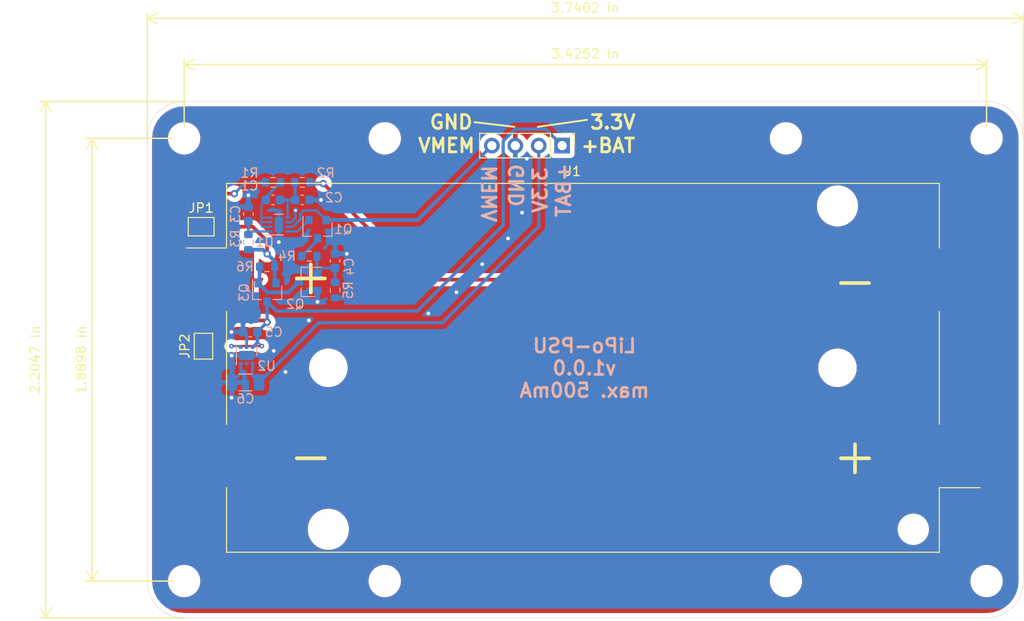
<source format=kicad_pcb>
(kicad_pcb (version 20171130) (host pcbnew 5.1.9-1.fc32)

  (general
    (thickness 1.6)
    (drawings 23)
    (tracks 129)
    (zones 0)
    (modules 29)
    (nets 16)
  )

  (page A4)
  (title_block
    (title LiPo-PSU)
    (date 2021-01-11)
    (rev 1.0)
  )

  (layers
    (0 F.Cu signal)
    (31 B.Cu signal)
    (32 B.Adhes user)
    (33 F.Adhes user)
    (34 B.Paste user)
    (35 F.Paste user)
    (36 B.SilkS user)
    (37 F.SilkS user)
    (38 B.Mask user)
    (39 F.Mask user)
    (40 Dwgs.User user)
    (41 Cmts.User user)
    (42 Eco1.User user)
    (43 Eco2.User user)
    (44 Edge.Cuts user)
    (45 Margin user)
    (46 B.CrtYd user)
    (47 F.CrtYd user)
    (48 B.Fab user)
    (49 F.Fab user)
  )

  (setup
    (last_trace_width 0.25)
    (user_trace_width 0.127)
    (user_trace_width 0.1524)
    (user_trace_width 0.2032)
    (user_trace_width 0.254)
    (user_trace_width 0.3048)
    (user_trace_width 0.3556)
    (user_trace_width 0.4064)
    (user_trace_width 0.4572)
    (user_trace_width 0.508)
    (user_trace_width 0.8128)
    (user_trace_width 1.016)
    (trace_clearance 0.2)
    (zone_clearance 0.508)
    (zone_45_only yes)
    (trace_min 0.127)
    (via_size 0.8)
    (via_drill 0.4)
    (via_min_size 0.45)
    (via_min_drill 0.2)
    (user_via 0.5 0.2)
    (user_via 0.6 0.3)
    (user_via 0.8 0.4)
    (user_via 0.8 0.5)
    (user_via 1 0.6)
    (user_via 1.6 1)
    (uvia_size 0.45)
    (uvia_drill 0.2)
    (uvias_allowed no)
    (uvia_min_size 0.45)
    (uvia_min_drill 0.2)
    (edge_width 0.05)
    (segment_width 0.2)
    (pcb_text_width 0.3)
    (pcb_text_size 1.5 1.5)
    (mod_edge_width 0.1524)
    (mod_text_size 1 1)
    (mod_text_width 0.15)
    (pad_size 1.524 1.524)
    (pad_drill 0.762)
    (pad_to_mask_clearance 0)
    (aux_axis_origin 0 0)
    (grid_origin 105 117)
    (visible_elements FFFDFF7F)
    (pcbplotparams
      (layerselection 0x010fc_ffffffff)
      (usegerberextensions false)
      (usegerberattributes true)
      (usegerberadvancedattributes true)
      (creategerberjobfile true)
      (excludeedgelayer true)
      (linewidth 0.100000)
      (plotframeref false)
      (viasonmask false)
      (mode 1)
      (useauxorigin false)
      (hpglpennumber 1)
      (hpglpenspeed 20)
      (hpglpendiameter 15.000000)
      (psnegative false)
      (psa4output false)
      (plotreference true)
      (plotvalue true)
      (plotinvisibletext false)
      (padsonsilk false)
      (subtractmaskfromsilk false)
      (outputformat 1)
      (mirror false)
      (drillshape 1)
      (scaleselection 1)
      (outputdirectory ""))
  )

  (net 0 "")
  (net 1 "Net-(BT1-Pad1)")
  (net 2 "Net-(BT1-Pad2)")
  (net 3 GND)
  (net 4 "Net-(C1-Pad1)")
  (net 5 "Net-(C1-Pad2)")
  (net 6 "Net-(C3-Pad1)")
  (net 7 "Net-(C4-Pad2)")
  (net 8 +BATT)
  (net 9 +3V3)
  (net 10 "Net-(Q1-Pad1)")
  (net 11 "Net-(Q1-Pad3)")
  (net 12 "Net-(Q2-Pad3)")
  (net 13 "Net-(U2-Pad2)")
  (net 14 VMEM)
  (net 15 "Net-(JP1-Pad2)")

  (net_class Default "This is the default net class."
    (clearance 0.2)
    (trace_width 0.25)
    (via_dia 0.8)
    (via_drill 0.4)
    (uvia_dia 0.45)
    (uvia_drill 0.2)
    (add_net +3V3)
    (add_net GND)
    (add_net "Net-(C1-Pad1)")
    (add_net "Net-(C1-Pad2)")
    (add_net "Net-(C3-Pad1)")
    (add_net "Net-(C4-Pad2)")
    (add_net "Net-(JP1-Pad2)")
    (add_net "Net-(Q1-Pad1)")
    (add_net "Net-(Q1-Pad3)")
    (add_net "Net-(Q2-Pad3)")
    (add_net "Net-(U2-Pad2)")
    (add_net VMEM)
  )

  (net_class BAT_LINES ""
    (clearance 0.2)
    (trace_width 0.8128)
    (via_dia 0.8)
    (via_drill 0.4)
    (uvia_dia 0.45)
    (uvia_drill 0.2)
    (add_net +BATT)
    (add_net "Net-(BT1-Pad1)")
    (add_net "Net-(BT1-Pad2)")
  )

  (module lipo-psu:BatteryHolder_Keystone_1048P_2x18650 locked (layer F.Cu) (tedit 602E9BD8) (tstamp 601EC9B7)
    (at 152.235001 89.883001)
    (descr "Battery holder for 18650 cylindrical cells http://www.keyelco.com/product.cfm/product_id/918")
    (tags "18650 Keystone 1042 Li-ion")
    (path /5F9907BD)
    (attr smd)
    (fp_text reference BT1 (at 0 22.116999) (layer F.SilkS) hide
      (effects (font (size 1 1) (thickness 0.15)))
    )
    (fp_text value 2_Lion_Cells (at 0 23.315) (layer F.Fab)
      (effects (font (size 1 1) (thickness 0.15)))
    )
    (fp_text user - (at 29.5 -9.5) (layer F.SilkS)
      (effects (font (size 4 4) (thickness 0.4)))
    )
    (fp_text user - (at -29.5 9.5) (layer F.SilkS)
      (effects (font (size 4 4) (thickness 0.4)))
    )
    (fp_text user + (at 29.5 9.5) (layer F.SilkS)
      (effects (font (size 4 4) (thickness 0.4)))
    )
    (fp_text user + (at -29.5 -10) (layer F.SilkS)
      (effects (font (size 4 4) (thickness 0.4)))
    )
    (fp_text user %R (at 0 0) (layer F.Fab)
      (effects (font (size 1 1) (thickness 0.15)))
    )
    (fp_line (start -39.03 20.385) (end -39.03 13.235) (layer F.CrtYd) (width 0.05))
    (fp_line (start -39.03 13.235) (end -43.5 13.235) (layer F.CrtYd) (width 0.05))
    (fp_line (start -43.5 5.875) (end -43.5 13.235) (layer F.CrtYd) (width 0.05))
    (fp_line (start -39.03 5.875) (end -43.5 5.875) (layer F.CrtYd) (width 0.05))
    (fp_line (start -39.03 -5.875) (end -43.5 -5.875) (layer F.CrtYd) (width 0.05))
    (fp_line (start -43.5 -5.875) (end -43.5 -13.235) (layer F.CrtYd) (width 0.05))
    (fp_line (start -43.5 -13.235) (end -39.03 -13.235) (layer F.CrtYd) (width 0.05))
    (fp_line (start 43.5 -13.235) (end 39.03 -13.235) (layer F.CrtYd) (width 0.05))
    (fp_line (start 39.03 -5.875) (end 43.5 -5.875) (layer F.CrtYd) (width 0.05))
    (fp_line (start -39.03 -20.385) (end -39.03 -13.235) (layer F.CrtYd) (width 0.05))
    (fp_line (start -39.03 5.875) (end -39.03 -5.875) (layer F.CrtYd) (width 0.05))
    (fp_line (start 39.03 -20.385) (end 39.03 -13.235) (layer F.CrtYd) (width 0.05))
    (fp_line (start -39.03 -20.385) (end 39.03 -20.385) (layer F.CrtYd) (width 0.05))
    (fp_line (start -39.03 20.385) (end 39.03 20.385) (layer F.CrtYd) (width 0.05))
    (fp_line (start 38.53 -19.885) (end 38.53 19.885) (layer F.Fab) (width 0.1))
    (fp_line (start -38.53 -19.885) (end 38.53 -19.885) (layer F.Fab) (width 0.1))
    (fp_line (start -38.53 -19.885) (end -38.53 19.885) (layer F.Fab) (width 0.1))
    (fp_line (start -38.53 19.885) (end 38.53 19.885) (layer F.Fab) (width 0.1))
    (fp_line (start 38.64 -12.995) (end 38.64 -19.975) (layer F.SilkS) (width 0.12))
    (fp_line (start 38.64 -19.995) (end -38.64 -19.995) (layer F.SilkS) (width 0.12))
    (fp_line (start -38.64 -19.995) (end -38.64 -12.995) (layer F.SilkS) (width 0.12))
    (fp_line (start 38.64 -6.115) (end 38.64 6.115) (layer F.SilkS) (width 0.12))
    (fp_line (start 38.64 19.995) (end -38.64 19.995) (layer F.SilkS) (width 0.12))
    (fp_line (start -38.64 6.115) (end -38.64 -6.115) (layer F.SilkS) (width 0.12))
    (fp_line (start 39.03 5.875) (end 39.03 -5.875) (layer F.CrtYd) (width 0.05))
    (fp_line (start 43.5 -5.875) (end 43.5 -13.235) (layer F.CrtYd) (width 0.05))
    (fp_line (start -38.64 -12.995) (end -43 -12.995) (layer F.SilkS) (width 0.12))
    (fp_line (start -38.64 19.995) (end -38.64 12.995) (layer F.SilkS) (width 0.12))
    (fp_line (start 39.03 5.875) (end 43.5 5.875) (layer F.CrtYd) (width 0.05))
    (fp_line (start 43.5 13.405) (end 43.5 5.875) (layer F.CrtYd) (width 0.05))
    (fp_line (start 39.03 13.405) (end 43.5 13.405) (layer F.CrtYd) (width 0.05))
    (fp_line (start 39.03 20.385) (end 39.03 13.405) (layer F.CrtYd) (width 0.05))
    (fp_line (start 38.64 19.995) (end 38.64 12.995) (layer F.SilkS) (width 0.12))
    (fp_line (start 43.08 12.995) (end 38.64 12.995) (layer F.SilkS) (width 0.12))
    (pad "" np_thru_hole circle (at -27.6 0) (size 3.17 3.17) (drill 3.17) (layers *.Cu *.Mask))
    (pad 4 smd rect (at 39.33 9.555) (size 7.34 6.35) (layers F.Cu F.Paste F.Mask)
      (net 2 "Net-(BT1-Pad2)"))
    (pad 3 smd rect (at -39.33 9.555) (size 7.34 6.35) (layers F.Cu F.Paste F.Mask)
      (net 3 GND))
    (pad "" np_thru_hole circle (at -27.6 17.505) (size 3.45 3.45) (drill 3.45) (layers *.Cu *.Mask))
    (pad "" np_thru_hole circle (at 27.6 -17.555) (size 3.45 3.45) (drill 3.45) (layers *.Cu *.Mask))
    (pad 2 smd rect (at 39.33 -9.555) (size 7.34 6.35) (layers F.Cu F.Paste F.Mask)
      (net 2 "Net-(BT1-Pad2)"))
    (pad 1 smd rect (at -39.33 -9.555) (size 7.34 6.35) (layers F.Cu F.Paste F.Mask)
      (net 1 "Net-(BT1-Pad1)"))
    (pad "" np_thru_hole circle (at 27.6 0) (size 3.17 3.17) (drill 3.17) (layers *.Cu *.Mask))
    (pad "" np_thru_hole circle (at 35.82 17.505) (size 2.39 2.39) (drill 2.39) (layers *.Cu *.Mask))
    (model ${KIPRJMOD}/keystone-PN1048.STEP
      (offset (xyz -2.45 0.06 11))
      (scale (xyz 1 1 1))
      (rotate (xyz -90 0 -90))
    )
  )

  (module Capacitor_SMD:C_0603_1608Metric (layer B.Cu) (tedit 5F68FEEE) (tstamp 601ECE82)
    (at 118.633 71.68 180)
    (descr "Capacitor SMD 0603 (1608 Metric), square (rectangular) end terminal, IPC_7351 nominal, (Body size source: IPC-SM-782 page 76, https://www.pcb-3d.com/wordpress/wp-content/uploads/ipc-sm-782a_amendment_1_and_2.pdf), generated with kicad-footprint-generator")
    (tags capacitor)
    (path /5F95C180)
    (attr smd)
    (fp_text reference C1 (at 2.54 1.524) (layer B.SilkS)
      (effects (font (size 1 1) (thickness 0.15)) (justify mirror))
    )
    (fp_text value 100nF (at 0 -1.43) (layer B.Fab)
      (effects (font (size 1 1) (thickness 0.15)) (justify mirror))
    )
    (fp_line (start -0.8 -0.4) (end -0.8 0.4) (layer B.Fab) (width 0.1))
    (fp_line (start -0.8 0.4) (end 0.8 0.4) (layer B.Fab) (width 0.1))
    (fp_line (start 0.8 0.4) (end 0.8 -0.4) (layer B.Fab) (width 0.1))
    (fp_line (start 0.8 -0.4) (end -0.8 -0.4) (layer B.Fab) (width 0.1))
    (fp_line (start -0.14058 0.51) (end 0.14058 0.51) (layer B.SilkS) (width 0.12))
    (fp_line (start -0.14058 -0.51) (end 0.14058 -0.51) (layer B.SilkS) (width 0.12))
    (fp_line (start -1.48 -0.73) (end -1.48 0.73) (layer B.CrtYd) (width 0.05))
    (fp_line (start -1.48 0.73) (end 1.48 0.73) (layer B.CrtYd) (width 0.05))
    (fp_line (start 1.48 0.73) (end 1.48 -0.73) (layer B.CrtYd) (width 0.05))
    (fp_line (start 1.48 -0.73) (end -1.48 -0.73) (layer B.CrtYd) (width 0.05))
    (fp_text user %R (at 0 0) (layer B.Fab)
      (effects (font (size 0.4 0.4) (thickness 0.06)) (justify mirror))
    )
    (pad 1 smd roundrect (at -0.775 0 180) (size 0.9 0.95) (layers B.Cu B.Paste B.Mask) (roundrect_rratio 0.25)
      (net 4 "Net-(C1-Pad1)"))
    (pad 2 smd roundrect (at 0.775 0 180) (size 0.9 0.95) (layers B.Cu B.Paste B.Mask) (roundrect_rratio 0.25)
      (net 5 "Net-(C1-Pad2)"))
    (model ${KISYS3DMOD}/Capacitor_SMD.3dshapes/C_0603_1608Metric.wrl
      (at (xyz 0 0 0))
      (scale (xyz 1 1 1))
      (rotate (xyz 0 0 0))
    )
  )

  (module Capacitor_SMD:C_0603_1608Metric (layer B.Cu) (tedit 5F68FEEE) (tstamp 601ECEB2)
    (at 121.808 71.68 180)
    (descr "Capacitor SMD 0603 (1608 Metric), square (rectangular) end terminal, IPC_7351 nominal, (Body size source: IPC-SM-782 page 76, https://www.pcb-3d.com/wordpress/wp-content/uploads/ipc-sm-782a_amendment_1_and_2.pdf), generated with kicad-footprint-generator")
    (tags capacitor)
    (path /5F95EB8E)
    (attr smd)
    (fp_text reference C2 (at -3.429 0.254) (layer B.SilkS)
      (effects (font (size 1 1) (thickness 0.15)) (justify mirror))
    )
    (fp_text value 100nF (at 0 -1.43) (layer B.Fab)
      (effects (font (size 1 1) (thickness 0.15)) (justify mirror))
    )
    (fp_line (start 1.48 -0.73) (end -1.48 -0.73) (layer B.CrtYd) (width 0.05))
    (fp_line (start 1.48 0.73) (end 1.48 -0.73) (layer B.CrtYd) (width 0.05))
    (fp_line (start -1.48 0.73) (end 1.48 0.73) (layer B.CrtYd) (width 0.05))
    (fp_line (start -1.48 -0.73) (end -1.48 0.73) (layer B.CrtYd) (width 0.05))
    (fp_line (start -0.14058 -0.51) (end 0.14058 -0.51) (layer B.SilkS) (width 0.12))
    (fp_line (start -0.14058 0.51) (end 0.14058 0.51) (layer B.SilkS) (width 0.12))
    (fp_line (start 0.8 -0.4) (end -0.8 -0.4) (layer B.Fab) (width 0.1))
    (fp_line (start 0.8 0.4) (end 0.8 -0.4) (layer B.Fab) (width 0.1))
    (fp_line (start -0.8 0.4) (end 0.8 0.4) (layer B.Fab) (width 0.1))
    (fp_line (start -0.8 -0.4) (end -0.8 0.4) (layer B.Fab) (width 0.1))
    (fp_text user %R (at 0 0) (layer B.Fab)
      (effects (font (size 0.4 0.4) (thickness 0.06)) (justify mirror))
    )
    (pad 2 smd roundrect (at 0.775 0 180) (size 0.9 0.95) (layers B.Cu B.Paste B.Mask) (roundrect_rratio 0.25)
      (net 4 "Net-(C1-Pad1)"))
    (pad 1 smd roundrect (at -0.775 0 180) (size 0.9 0.95) (layers B.Cu B.Paste B.Mask) (roundrect_rratio 0.25)
      (net 3 GND))
    (model ${KISYS3DMOD}/Capacitor_SMD.3dshapes/C_0603_1608Metric.wrl
      (at (xyz 0 0 0))
      (scale (xyz 1 1 1))
      (rotate (xyz 0 0 0))
    )
  )

  (module Capacitor_SMD:C_0603_1608Metric (layer B.Cu) (tedit 5F68FEEE) (tstamp 601ECEE8)
    (at 115.966 73.204 90)
    (descr "Capacitor SMD 0603 (1608 Metric), square (rectangular) end terminal, IPC_7351 nominal, (Body size source: IPC-SM-782 page 76, https://www.pcb-3d.com/wordpress/wp-content/uploads/ipc-sm-782a_amendment_1_and_2.pdf), generated with kicad-footprint-generator")
    (tags capacitor)
    (path /5F9612BA)
    (attr smd)
    (fp_text reference C3 (at 0 -1.397 270) (layer B.SilkS)
      (effects (font (size 1 1) (thickness 0.15)) (justify mirror))
    )
    (fp_text value 100nF (at 0 -1.43 270) (layer B.Fab)
      (effects (font (size 1 1) (thickness 0.15)) (justify mirror))
    )
    (fp_line (start -0.8 -0.4) (end -0.8 0.4) (layer B.Fab) (width 0.1))
    (fp_line (start -0.8 0.4) (end 0.8 0.4) (layer B.Fab) (width 0.1))
    (fp_line (start 0.8 0.4) (end 0.8 -0.4) (layer B.Fab) (width 0.1))
    (fp_line (start 0.8 -0.4) (end -0.8 -0.4) (layer B.Fab) (width 0.1))
    (fp_line (start -0.14058 0.51) (end 0.14058 0.51) (layer B.SilkS) (width 0.12))
    (fp_line (start -0.14058 -0.51) (end 0.14058 -0.51) (layer B.SilkS) (width 0.12))
    (fp_line (start -1.48 -0.73) (end -1.48 0.73) (layer B.CrtYd) (width 0.05))
    (fp_line (start -1.48 0.73) (end 1.48 0.73) (layer B.CrtYd) (width 0.05))
    (fp_line (start 1.48 0.73) (end 1.48 -0.73) (layer B.CrtYd) (width 0.05))
    (fp_line (start 1.48 -0.73) (end -1.48 -0.73) (layer B.CrtYd) (width 0.05))
    (fp_text user %R (at 0 0 270) (layer B.Fab)
      (effects (font (size 0.4 0.4) (thickness 0.06)) (justify mirror))
    )
    (pad 1 smd roundrect (at -0.775 0 90) (size 0.9 0.95) (layers B.Cu B.Paste B.Mask) (roundrect_rratio 0.25)
      (net 6 "Net-(C3-Pad1)"))
    (pad 2 smd roundrect (at 0.775 0 90) (size 0.9 0.95) (layers B.Cu B.Paste B.Mask) (roundrect_rratio 0.25)
      (net 3 GND))
    (model ${KISYS3DMOD}/Capacitor_SMD.3dshapes/C_0603_1608Metric.wrl
      (at (xyz 0 0 0))
      (scale (xyz 1 1 1))
      (rotate (xyz 0 0 0))
    )
  )

  (module Capacitor_SMD:C_0603_1608Metric (layer B.Cu) (tedit 5F68FEEE) (tstamp 601ECF18)
    (at 125.364 78.284 270)
    (descr "Capacitor SMD 0603 (1608 Metric), square (rectangular) end terminal, IPC_7351 nominal, (Body size source: IPC-SM-782 page 76, https://www.pcb-3d.com/wordpress/wp-content/uploads/ipc-sm-782a_amendment_1_and_2.pdf), generated with kicad-footprint-generator")
    (tags capacitor)
    (path /5F977151)
    (attr smd)
    (fp_text reference C4 (at 0.635 -1.524 270) (layer B.SilkS)
      (effects (font (size 1 1) (thickness 0.15)) (justify mirror))
    )
    (fp_text value 470nF (at 0 -1.43 270) (layer B.Fab)
      (effects (font (size 1 1) (thickness 0.15)) (justify mirror))
    )
    (fp_line (start 1.48 -0.73) (end -1.48 -0.73) (layer B.CrtYd) (width 0.05))
    (fp_line (start 1.48 0.73) (end 1.48 -0.73) (layer B.CrtYd) (width 0.05))
    (fp_line (start -1.48 0.73) (end 1.48 0.73) (layer B.CrtYd) (width 0.05))
    (fp_line (start -1.48 -0.73) (end -1.48 0.73) (layer B.CrtYd) (width 0.05))
    (fp_line (start -0.14058 -0.51) (end 0.14058 -0.51) (layer B.SilkS) (width 0.12))
    (fp_line (start -0.14058 0.51) (end 0.14058 0.51) (layer B.SilkS) (width 0.12))
    (fp_line (start 0.8 -0.4) (end -0.8 -0.4) (layer B.Fab) (width 0.1))
    (fp_line (start 0.8 0.4) (end 0.8 -0.4) (layer B.Fab) (width 0.1))
    (fp_line (start -0.8 0.4) (end 0.8 0.4) (layer B.Fab) (width 0.1))
    (fp_line (start -0.8 -0.4) (end -0.8 0.4) (layer B.Fab) (width 0.1))
    (fp_text user %R (at 0 0 270) (layer B.Fab)
      (effects (font (size 0.4 0.4) (thickness 0.06)) (justify mirror))
    )
    (pad 2 smd roundrect (at 0.775 0 270) (size 0.9 0.95) (layers B.Cu B.Paste B.Mask) (roundrect_rratio 0.25)
      (net 7 "Net-(C4-Pad2)"))
    (pad 1 smd roundrect (at -0.775 0 270) (size 0.9 0.95) (layers B.Cu B.Paste B.Mask) (roundrect_rratio 0.25)
      (net 3 GND))
    (model ${KISYS3DMOD}/Capacitor_SMD.3dshapes/C_0603_1608Metric.wrl
      (at (xyz 0 0 0))
      (scale (xyz 1 1 1))
      (rotate (xyz 0 0 0))
    )
  )

  (module Capacitor_SMD:C_0603_1608Metric (layer B.Cu) (tedit 5F68FEEE) (tstamp 5FF74474)
    (at 116.158 86.002)
    (descr "Capacitor SMD 0603 (1608 Metric), square (rectangular) end terminal, IPC_7351 nominal, (Body size source: IPC-SM-782 page 76, https://www.pcb-3d.com/wordpress/wp-content/uploads/ipc-sm-782a_amendment_1_and_2.pdf), generated with kicad-footprint-generator")
    (tags capacitor)
    (path /5F94FB44)
    (attr smd)
    (fp_text reference C5 (at 2.558 0.01 -180) (layer B.SilkS)
      (effects (font (size 1 1) (thickness 0.15)) (justify mirror))
    )
    (fp_text value 1uF (at 0 -1.43 180) (layer B.Fab)
      (effects (font (size 1 1) (thickness 0.15)) (justify mirror))
    )
    (fp_line (start -0.8 -0.4) (end -0.8 0.4) (layer B.Fab) (width 0.1))
    (fp_line (start -0.8 0.4) (end 0.8 0.4) (layer B.Fab) (width 0.1))
    (fp_line (start 0.8 0.4) (end 0.8 -0.4) (layer B.Fab) (width 0.1))
    (fp_line (start 0.8 -0.4) (end -0.8 -0.4) (layer B.Fab) (width 0.1))
    (fp_line (start -0.14058 0.51) (end 0.14058 0.51) (layer B.SilkS) (width 0.12))
    (fp_line (start -0.14058 -0.51) (end 0.14058 -0.51) (layer B.SilkS) (width 0.12))
    (fp_line (start -1.48 -0.73) (end -1.48 0.73) (layer B.CrtYd) (width 0.05))
    (fp_line (start -1.48 0.73) (end 1.48 0.73) (layer B.CrtYd) (width 0.05))
    (fp_line (start 1.48 0.73) (end 1.48 -0.73) (layer B.CrtYd) (width 0.05))
    (fp_line (start 1.48 -0.73) (end -1.48 -0.73) (layer B.CrtYd) (width 0.05))
    (fp_text user %R (at 0 0 180) (layer B.Fab)
      (effects (font (size 0.4 0.4) (thickness 0.06)) (justify mirror))
    )
    (pad 1 smd roundrect (at -0.775 0) (size 0.9 0.95) (layers B.Cu B.Paste B.Mask) (roundrect_rratio 0.25)
      (net 3 GND))
    (pad 2 smd roundrect (at 0.775 0) (size 0.9 0.95) (layers B.Cu B.Paste B.Mask) (roundrect_rratio 0.25)
      (net 8 +BATT))
    (model ${KISYS3DMOD}/Capacitor_SMD.3dshapes/C_0603_1608Metric.wrl
      (at (xyz 0 0 0))
      (scale (xyz 1 1 1))
      (rotate (xyz 0 0 0))
    )
  )

  (module Capacitor_SMD:C_1206_3216Metric (layer B.Cu) (tedit 5F68FEEE) (tstamp 601EC84F)
    (at 115.65 91.463 180)
    (descr "Capacitor SMD 1206 (3216 Metric), square (rectangular) end terminal, IPC_7351 nominal, (Body size source: IPC-SM-782 page 76, https://www.pcb-3d.com/wordpress/wp-content/uploads/ipc-sm-782a_amendment_1_and_2.pdf), generated with kicad-footprint-generator")
    (tags capacitor)
    (path /5F9505A7)
    (attr smd)
    (fp_text reference C6 (at 0 -1.778 180) (layer B.SilkS)
      (effects (font (size 1 1) (thickness 0.15)) (justify mirror))
    )
    (fp_text value 2.2uF (at 0 -1.85 180) (layer B.Fab)
      (effects (font (size 1 1) (thickness 0.15)) (justify mirror))
    )
    (fp_line (start -1.6 -0.8) (end -1.6 0.8) (layer B.Fab) (width 0.1))
    (fp_line (start -1.6 0.8) (end 1.6 0.8) (layer B.Fab) (width 0.1))
    (fp_line (start 1.6 0.8) (end 1.6 -0.8) (layer B.Fab) (width 0.1))
    (fp_line (start 1.6 -0.8) (end -1.6 -0.8) (layer B.Fab) (width 0.1))
    (fp_line (start -0.711252 0.91) (end 0.711252 0.91) (layer B.SilkS) (width 0.12))
    (fp_line (start -0.711252 -0.91) (end 0.711252 -0.91) (layer B.SilkS) (width 0.12))
    (fp_line (start -2.3 -1.15) (end -2.3 1.15) (layer B.CrtYd) (width 0.05))
    (fp_line (start -2.3 1.15) (end 2.3 1.15) (layer B.CrtYd) (width 0.05))
    (fp_line (start 2.3 1.15) (end 2.3 -1.15) (layer B.CrtYd) (width 0.05))
    (fp_line (start 2.3 -1.15) (end -2.3 -1.15) (layer B.CrtYd) (width 0.05))
    (fp_text user %R (at 0 0 180) (layer B.Fab)
      (effects (font (size 0.8 0.8) (thickness 0.12)) (justify mirror))
    )
    (pad 1 smd roundrect (at -1.475 0 180) (size 1.15 1.8) (layers B.Cu B.Paste B.Mask) (roundrect_rratio 0.217391)
      (net 9 +3V3))
    (pad 2 smd roundrect (at 1.475 0 180) (size 1.15 1.8) (layers B.Cu B.Paste B.Mask) (roundrect_rratio 0.217391)
      (net 3 GND))
    (model ${KISYS3DMOD}/Capacitor_SMD.3dshapes/C_1206_3216Metric.wrl
      (at (xyz 0 0 0))
      (scale (xyz 1 1 1))
      (rotate (xyz 0 0 0))
    )
  )

  (module Package_TO_SOT_SMD:SOT-23 (layer B.Cu) (tedit 5A02FF57) (tstamp 601ECE1A)
    (at 123.459 74.855 270)
    (descr "SOT-23, Standard")
    (tags SOT-23)
    (path /5F979174)
    (attr smd)
    (fp_text reference Q1 (at 0 -2.794) (layer B.SilkS)
      (effects (font (size 1 1) (thickness 0.15)) (justify mirror))
    )
    (fp_text value Si2301CDS (at 0 -2.5 270) (layer B.Fab)
      (effects (font (size 1 1) (thickness 0.15)) (justify mirror))
    )
    (fp_line (start -0.7 0.95) (end -0.7 -1.5) (layer B.Fab) (width 0.1))
    (fp_line (start -0.15 1.52) (end 0.7 1.52) (layer B.Fab) (width 0.1))
    (fp_line (start -0.7 0.95) (end -0.15 1.52) (layer B.Fab) (width 0.1))
    (fp_line (start 0.7 1.52) (end 0.7 -1.52) (layer B.Fab) (width 0.1))
    (fp_line (start -0.7 -1.52) (end 0.7 -1.52) (layer B.Fab) (width 0.1))
    (fp_line (start 0.76 -1.58) (end 0.76 -0.65) (layer B.SilkS) (width 0.12))
    (fp_line (start 0.76 1.58) (end 0.76 0.65) (layer B.SilkS) (width 0.12))
    (fp_line (start -1.7 1.75) (end 1.7 1.75) (layer B.CrtYd) (width 0.05))
    (fp_line (start 1.7 1.75) (end 1.7 -1.75) (layer B.CrtYd) (width 0.05))
    (fp_line (start 1.7 -1.75) (end -1.7 -1.75) (layer B.CrtYd) (width 0.05))
    (fp_line (start -1.7 -1.75) (end -1.7 1.75) (layer B.CrtYd) (width 0.05))
    (fp_line (start 0.76 1.58) (end -1.4 1.58) (layer B.SilkS) (width 0.12))
    (fp_line (start 0.76 -1.58) (end -0.7 -1.58) (layer B.SilkS) (width 0.12))
    (fp_text user %R (at 0 0) (layer B.Fab)
      (effects (font (size 0.5 0.5) (thickness 0.075)) (justify mirror))
    )
    (pad 1 smd rect (at -1 0.95 270) (size 0.9 0.8) (layers B.Cu B.Paste B.Mask)
      (net 10 "Net-(Q1-Pad1)"))
    (pad 2 smd rect (at -1 -0.95 270) (size 0.9 0.8) (layers B.Cu B.Paste B.Mask)
      (net 14 VMEM))
    (pad 3 smd rect (at 1 0 270) (size 0.9 0.8) (layers B.Cu B.Paste B.Mask)
      (net 11 "Net-(Q1-Pad3)"))
    (model ${KISYS3DMOD}/Package_TO_SOT_SMD.3dshapes/SOT-23.wrl
      (at (xyz 0 0 0))
      (scale (xyz 1 1 1))
      (rotate (xyz 0 0 0))
    )
  )

  (module Package_TO_SOT_SMD:SOT-23 (layer B.Cu) (tedit 5A02FF57) (tstamp 601ECBB6)
    (at 122.443 80.57 180)
    (descr "SOT-23, Standard")
    (tags SOT-23)
    (path /5F98F336)
    (attr smd)
    (fp_text reference Q2 (at 1.397 -2.413) (layer B.SilkS)
      (effects (font (size 1 1) (thickness 0.15)) (justify mirror))
    )
    (fp_text value AO3400A (at 0 -2.5) (layer B.Fab)
      (effects (font (size 1 1) (thickness 0.15)) (justify mirror))
    )
    (fp_line (start 0.76 -1.58) (end -0.7 -1.58) (layer B.SilkS) (width 0.12))
    (fp_line (start 0.76 1.58) (end -1.4 1.58) (layer B.SilkS) (width 0.12))
    (fp_line (start -1.7 -1.75) (end -1.7 1.75) (layer B.CrtYd) (width 0.05))
    (fp_line (start 1.7 -1.75) (end -1.7 -1.75) (layer B.CrtYd) (width 0.05))
    (fp_line (start 1.7 1.75) (end 1.7 -1.75) (layer B.CrtYd) (width 0.05))
    (fp_line (start -1.7 1.75) (end 1.7 1.75) (layer B.CrtYd) (width 0.05))
    (fp_line (start 0.76 1.58) (end 0.76 0.65) (layer B.SilkS) (width 0.12))
    (fp_line (start 0.76 -1.58) (end 0.76 -0.65) (layer B.SilkS) (width 0.12))
    (fp_line (start -0.7 -1.52) (end 0.7 -1.52) (layer B.Fab) (width 0.1))
    (fp_line (start 0.7 1.52) (end 0.7 -1.52) (layer B.Fab) (width 0.1))
    (fp_line (start -0.7 0.95) (end -0.15 1.52) (layer B.Fab) (width 0.1))
    (fp_line (start -0.15 1.52) (end 0.7 1.52) (layer B.Fab) (width 0.1))
    (fp_line (start -0.7 0.95) (end -0.7 -1.5) (layer B.Fab) (width 0.1))
    (fp_text user %R (at 0 0 270) (layer B.Fab)
      (effects (font (size 0.5 0.5) (thickness 0.075)) (justify mirror))
    )
    (pad 3 smd rect (at 1 0 180) (size 0.9 0.8) (layers B.Cu B.Paste B.Mask)
      (net 12 "Net-(Q2-Pad3)"))
    (pad 2 smd rect (at -1 -0.95 180) (size 0.9 0.8) (layers B.Cu B.Paste B.Mask)
      (net 3 GND))
    (pad 1 smd rect (at -1 0.95 180) (size 0.9 0.8) (layers B.Cu B.Paste B.Mask)
      (net 7 "Net-(C4-Pad2)"))
    (model ${KISYS3DMOD}/Package_TO_SOT_SMD.3dshapes/SOT-23.wrl
      (at (xyz 0 0 0))
      (scale (xyz 1 1 1))
      (rotate (xyz 0 0 0))
    )
  )

  (module Package_TO_SOT_SMD:SOT-23 (layer B.Cu) (tedit 5A02FF57) (tstamp 601ECD9C)
    (at 117.998 81.713 270)
    (descr "SOT-23, Standard")
    (tags SOT-23)
    (path /5F9F133F)
    (attr smd)
    (fp_text reference Q3 (at 0 2.5 90) (layer B.SilkS)
      (effects (font (size 1 1) (thickness 0.15)) (justify mirror))
    )
    (fp_text value Si2301CDS (at 0 -2.5 90) (layer B.Fab)
      (effects (font (size 1 1) (thickness 0.15)) (justify mirror))
    )
    (fp_line (start 0.76 -1.58) (end -0.7 -1.58) (layer B.SilkS) (width 0.12))
    (fp_line (start 0.76 1.58) (end -1.4 1.58) (layer B.SilkS) (width 0.12))
    (fp_line (start -1.7 -1.75) (end -1.7 1.75) (layer B.CrtYd) (width 0.05))
    (fp_line (start 1.7 -1.75) (end -1.7 -1.75) (layer B.CrtYd) (width 0.05))
    (fp_line (start 1.7 1.75) (end 1.7 -1.75) (layer B.CrtYd) (width 0.05))
    (fp_line (start -1.7 1.75) (end 1.7 1.75) (layer B.CrtYd) (width 0.05))
    (fp_line (start 0.76 1.58) (end 0.76 0.65) (layer B.SilkS) (width 0.12))
    (fp_line (start 0.76 -1.58) (end 0.76 -0.65) (layer B.SilkS) (width 0.12))
    (fp_line (start -0.7 -1.52) (end 0.7 -1.52) (layer B.Fab) (width 0.1))
    (fp_line (start 0.7 1.52) (end 0.7 -1.52) (layer B.Fab) (width 0.1))
    (fp_line (start -0.7 0.95) (end -0.15 1.52) (layer B.Fab) (width 0.1))
    (fp_line (start -0.15 1.52) (end 0.7 1.52) (layer B.Fab) (width 0.1))
    (fp_line (start -0.7 0.95) (end -0.7 -1.5) (layer B.Fab) (width 0.1))
    (fp_text user %R (at 0 0 180) (layer B.Fab)
      (effects (font (size 0.5 0.5) (thickness 0.075)) (justify mirror))
    )
    (pad 3 smd rect (at 1 0 270) (size 0.9 0.8) (layers B.Cu B.Paste B.Mask)
      (net 8 +BATT))
    (pad 2 smd rect (at -1 -0.95 270) (size 0.9 0.8) (layers B.Cu B.Paste B.Mask)
      (net 15 "Net-(JP1-Pad2)"))
    (pad 1 smd rect (at -1 0.95 270) (size 0.9 0.8) (layers B.Cu B.Paste B.Mask)
      (net 12 "Net-(Q2-Pad3)"))
    (model ${KISYS3DMOD}/Package_TO_SOT_SMD.3dshapes/SOT-23.wrl
      (at (xyz 0 0 0))
      (scale (xyz 1 1 1))
      (rotate (xyz 0 0 0))
    )
  )

  (module Resistor_SMD:R_0603_1608Metric (layer B.Cu) (tedit 5F68FEEE) (tstamp 601ECD23)
    (at 118.633 69.775 180)
    (descr "Resistor SMD 0603 (1608 Metric), square (rectangular) end terminal, IPC_7351 nominal, (Body size source: IPC-SM-782 page 72, https://www.pcb-3d.com/wordpress/wp-content/uploads/ipc-sm-782a_amendment_1_and_2.pdf), generated with kicad-footprint-generator")
    (tags resistor)
    (path /5F95B8A8)
    (attr smd)
    (fp_text reference R1 (at 2.54 1.016) (layer B.SilkS)
      (effects (font (size 1 1) (thickness 0.15)) (justify mirror))
    )
    (fp_text value 1k (at 0 -1.43) (layer B.Fab)
      (effects (font (size 1 1) (thickness 0.15)) (justify mirror))
    )
    (fp_line (start 1.48 -0.73) (end -1.48 -0.73) (layer B.CrtYd) (width 0.05))
    (fp_line (start 1.48 0.73) (end 1.48 -0.73) (layer B.CrtYd) (width 0.05))
    (fp_line (start -1.48 0.73) (end 1.48 0.73) (layer B.CrtYd) (width 0.05))
    (fp_line (start -1.48 -0.73) (end -1.48 0.73) (layer B.CrtYd) (width 0.05))
    (fp_line (start -0.237258 -0.5225) (end 0.237258 -0.5225) (layer B.SilkS) (width 0.12))
    (fp_line (start -0.237258 0.5225) (end 0.237258 0.5225) (layer B.SilkS) (width 0.12))
    (fp_line (start 0.8 -0.4125) (end -0.8 -0.4125) (layer B.Fab) (width 0.1))
    (fp_line (start 0.8 0.4125) (end 0.8 -0.4125) (layer B.Fab) (width 0.1))
    (fp_line (start -0.8 0.4125) (end 0.8 0.4125) (layer B.Fab) (width 0.1))
    (fp_line (start -0.8 -0.4125) (end -0.8 0.4125) (layer B.Fab) (width 0.1))
    (fp_text user %R (at 0 0) (layer B.Fab)
      (effects (font (size 0.4 0.4) (thickness 0.06)) (justify mirror))
    )
    (pad 2 smd roundrect (at 0.825 0 180) (size 0.8 0.95) (layers B.Cu B.Paste B.Mask) (roundrect_rratio 0.25)
      (net 1 "Net-(BT1-Pad1)"))
    (pad 1 smd roundrect (at -0.825 0 180) (size 0.8 0.95) (layers B.Cu B.Paste B.Mask) (roundrect_rratio 0.25)
      (net 5 "Net-(C1-Pad2)"))
    (model ${KISYS3DMOD}/Resistor_SMD.3dshapes/R_0603_1608Metric.wrl
      (at (xyz 0 0 0))
      (scale (xyz 1 1 1))
      (rotate (xyz 0 0 0))
    )
  )

  (module Resistor_SMD:R_0603_1608Metric (layer B.Cu) (tedit 5F68FEEE) (tstamp 601ECCF3)
    (at 121.808 69.775)
    (descr "Resistor SMD 0603 (1608 Metric), square (rectangular) end terminal, IPC_7351 nominal, (Body size source: IPC-SM-782 page 72, https://www.pcb-3d.com/wordpress/wp-content/uploads/ipc-sm-782a_amendment_1_and_2.pdf), generated with kicad-footprint-generator")
    (tags resistor)
    (path /5F95AE9F)
    (attr smd)
    (fp_text reference R2 (at 2.54 -1.016) (layer B.SilkS)
      (effects (font (size 1 1) (thickness 0.15)) (justify mirror))
    )
    (fp_text value 1k (at 0 -1.43) (layer B.Fab)
      (effects (font (size 1 1) (thickness 0.15)) (justify mirror))
    )
    (fp_line (start -0.8 -0.4125) (end -0.8 0.4125) (layer B.Fab) (width 0.1))
    (fp_line (start -0.8 0.4125) (end 0.8 0.4125) (layer B.Fab) (width 0.1))
    (fp_line (start 0.8 0.4125) (end 0.8 -0.4125) (layer B.Fab) (width 0.1))
    (fp_line (start 0.8 -0.4125) (end -0.8 -0.4125) (layer B.Fab) (width 0.1))
    (fp_line (start -0.237258 0.5225) (end 0.237258 0.5225) (layer B.SilkS) (width 0.12))
    (fp_line (start -0.237258 -0.5225) (end 0.237258 -0.5225) (layer B.SilkS) (width 0.12))
    (fp_line (start -1.48 -0.73) (end -1.48 0.73) (layer B.CrtYd) (width 0.05))
    (fp_line (start -1.48 0.73) (end 1.48 0.73) (layer B.CrtYd) (width 0.05))
    (fp_line (start 1.48 0.73) (end 1.48 -0.73) (layer B.CrtYd) (width 0.05))
    (fp_line (start 1.48 -0.73) (end -1.48 -0.73) (layer B.CrtYd) (width 0.05))
    (fp_text user %R (at 0 0) (layer B.Fab)
      (effects (font (size 0.4 0.4) (thickness 0.06)) (justify mirror))
    )
    (pad 1 smd roundrect (at -0.825 0) (size 0.8 0.95) (layers B.Cu B.Paste B.Mask) (roundrect_rratio 0.25)
      (net 4 "Net-(C1-Pad1)"))
    (pad 2 smd roundrect (at 0.825 0) (size 0.8 0.95) (layers B.Cu B.Paste B.Mask) (roundrect_rratio 0.25)
      (net 2 "Net-(BT1-Pad2)"))
    (model ${KISYS3DMOD}/Resistor_SMD.3dshapes/R_0603_1608Metric.wrl
      (at (xyz 0 0 0))
      (scale (xyz 1 1 1))
      (rotate (xyz 0 0 0))
    )
  )

  (module Resistor_SMD:R_0603_1608Metric (layer B.Cu) (tedit 5F68FEEE) (tstamp 601ECCBD)
    (at 115.966 76.252 90)
    (descr "Resistor SMD 0603 (1608 Metric), square (rectangular) end terminal, IPC_7351 nominal, (Body size source: IPC-SM-782 page 72, https://www.pcb-3d.com/wordpress/wp-content/uploads/ipc-sm-782a_amendment_1_and_2.pdf), generated with kicad-footprint-generator")
    (tags resistor)
    (path /5F95FE31)
    (attr smd)
    (fp_text reference R3 (at 0.381 -1.397 270) (layer B.SilkS)
      (effects (font (size 1 1) (thickness 0.15)) (justify mirror))
    )
    (fp_text value 100R (at 0 -1.43 270) (layer B.Fab)
      (effects (font (size 1 1) (thickness 0.15)) (justify mirror))
    )
    (fp_line (start -0.8 -0.4125) (end -0.8 0.4125) (layer B.Fab) (width 0.1))
    (fp_line (start -0.8 0.4125) (end 0.8 0.4125) (layer B.Fab) (width 0.1))
    (fp_line (start 0.8 0.4125) (end 0.8 -0.4125) (layer B.Fab) (width 0.1))
    (fp_line (start 0.8 -0.4125) (end -0.8 -0.4125) (layer B.Fab) (width 0.1))
    (fp_line (start -0.237258 0.5225) (end 0.237258 0.5225) (layer B.SilkS) (width 0.12))
    (fp_line (start -0.237258 -0.5225) (end 0.237258 -0.5225) (layer B.SilkS) (width 0.12))
    (fp_line (start -1.48 -0.73) (end -1.48 0.73) (layer B.CrtYd) (width 0.05))
    (fp_line (start -1.48 0.73) (end 1.48 0.73) (layer B.CrtYd) (width 0.05))
    (fp_line (start 1.48 0.73) (end 1.48 -0.73) (layer B.CrtYd) (width 0.05))
    (fp_line (start 1.48 -0.73) (end -1.48 -0.73) (layer B.CrtYd) (width 0.05))
    (fp_text user %R (at 0 0 270) (layer B.Fab)
      (effects (font (size 0.4 0.4) (thickness 0.06)) (justify mirror))
    )
    (pad 1 smd roundrect (at -0.825 0 90) (size 0.8 0.95) (layers B.Cu B.Paste B.Mask) (roundrect_rratio 0.25)
      (net 15 "Net-(JP1-Pad2)"))
    (pad 2 smd roundrect (at 0.825 0 90) (size 0.8 0.95) (layers B.Cu B.Paste B.Mask) (roundrect_rratio 0.25)
      (net 6 "Net-(C3-Pad1)"))
    (model ${KISYS3DMOD}/Resistor_SMD.3dshapes/R_0603_1608Metric.wrl
      (at (xyz 0 0 0))
      (scale (xyz 1 1 1))
      (rotate (xyz 0 0 0))
    )
  )

  (module Resistor_SMD:R_0603_1608Metric (layer B.Cu) (tedit 5F68FEEE) (tstamp 601ECE52)
    (at 122.57 77.776)
    (descr "Resistor SMD 0603 (1608 Metric), square (rectangular) end terminal, IPC_7351 nominal, (Body size source: IPC-SM-782 page 72, https://www.pcb-3d.com/wordpress/wp-content/uploads/ipc-sm-782a_amendment_1_and_2.pdf), generated with kicad-footprint-generator")
    (tags resistor)
    (path /5F975D1F)
    (attr smd)
    (fp_text reference R4 (at -2.413 0) (layer B.SilkS)
      (effects (font (size 1 1) (thickness 0.15)) (justify mirror))
    )
    (fp_text value 4.7R (at 0 -1.43) (layer B.Fab)
      (effects (font (size 1 1) (thickness 0.15)) (justify mirror))
    )
    (fp_line (start 1.48 -0.73) (end -1.48 -0.73) (layer B.CrtYd) (width 0.05))
    (fp_line (start 1.48 0.73) (end 1.48 -0.73) (layer B.CrtYd) (width 0.05))
    (fp_line (start -1.48 0.73) (end 1.48 0.73) (layer B.CrtYd) (width 0.05))
    (fp_line (start -1.48 -0.73) (end -1.48 0.73) (layer B.CrtYd) (width 0.05))
    (fp_line (start -0.237258 -0.5225) (end 0.237258 -0.5225) (layer B.SilkS) (width 0.12))
    (fp_line (start -0.237258 0.5225) (end 0.237258 0.5225) (layer B.SilkS) (width 0.12))
    (fp_line (start 0.8 -0.4125) (end -0.8 -0.4125) (layer B.Fab) (width 0.1))
    (fp_line (start 0.8 0.4125) (end 0.8 -0.4125) (layer B.Fab) (width 0.1))
    (fp_line (start -0.8 0.4125) (end 0.8 0.4125) (layer B.Fab) (width 0.1))
    (fp_line (start -0.8 -0.4125) (end -0.8 0.4125) (layer B.Fab) (width 0.1))
    (fp_text user %R (at 0 0) (layer B.Fab)
      (effects (font (size 0.4 0.4) (thickness 0.06)) (justify mirror))
    )
    (pad 2 smd roundrect (at 0.825 0) (size 0.8 0.95) (layers B.Cu B.Paste B.Mask) (roundrect_rratio 0.25)
      (net 7 "Net-(C4-Pad2)"))
    (pad 1 smd roundrect (at -0.825 0) (size 0.8 0.95) (layers B.Cu B.Paste B.Mask) (roundrect_rratio 0.25)
      (net 11 "Net-(Q1-Pad3)"))
    (model ${KISYS3DMOD}/Resistor_SMD.3dshapes/R_0603_1608Metric.wrl
      (at (xyz 0 0 0))
      (scale (xyz 1 1 1))
      (rotate (xyz 0 0 0))
    )
  )

  (module Resistor_SMD:R_0603_1608Metric (layer B.Cu) (tedit 5F68FEEE) (tstamp 601ECC8D)
    (at 125.364 81.459 90)
    (descr "Resistor SMD 0603 (1608 Metric), square (rectangular) end terminal, IPC_7351 nominal, (Body size source: IPC-SM-782 page 72, https://www.pcb-3d.com/wordpress/wp-content/uploads/ipc-sm-782a_amendment_1_and_2.pdf), generated with kicad-footprint-generator")
    (tags resistor)
    (path /5F97694A)
    (attr smd)
    (fp_text reference R5 (at 0 1.43 270) (layer B.SilkS)
      (effects (font (size 1 1) (thickness 0.15)) (justify mirror))
    )
    (fp_text value 100k (at 0 -1.43 270) (layer B.Fab)
      (effects (font (size 1 1) (thickness 0.15)) (justify mirror))
    )
    (fp_line (start -0.8 -0.4125) (end -0.8 0.4125) (layer B.Fab) (width 0.1))
    (fp_line (start -0.8 0.4125) (end 0.8 0.4125) (layer B.Fab) (width 0.1))
    (fp_line (start 0.8 0.4125) (end 0.8 -0.4125) (layer B.Fab) (width 0.1))
    (fp_line (start 0.8 -0.4125) (end -0.8 -0.4125) (layer B.Fab) (width 0.1))
    (fp_line (start -0.237258 0.5225) (end 0.237258 0.5225) (layer B.SilkS) (width 0.12))
    (fp_line (start -0.237258 -0.5225) (end 0.237258 -0.5225) (layer B.SilkS) (width 0.12))
    (fp_line (start -1.48 -0.73) (end -1.48 0.73) (layer B.CrtYd) (width 0.05))
    (fp_line (start -1.48 0.73) (end 1.48 0.73) (layer B.CrtYd) (width 0.05))
    (fp_line (start 1.48 0.73) (end 1.48 -0.73) (layer B.CrtYd) (width 0.05))
    (fp_line (start 1.48 -0.73) (end -1.48 -0.73) (layer B.CrtYd) (width 0.05))
    (fp_text user %R (at 0 0 270) (layer B.Fab)
      (effects (font (size 0.4 0.4) (thickness 0.06)) (justify mirror))
    )
    (pad 1 smd roundrect (at -0.825 0 90) (size 0.8 0.95) (layers B.Cu B.Paste B.Mask) (roundrect_rratio 0.25)
      (net 3 GND))
    (pad 2 smd roundrect (at 0.825 0 90) (size 0.8 0.95) (layers B.Cu B.Paste B.Mask) (roundrect_rratio 0.25)
      (net 7 "Net-(C4-Pad2)"))
    (model ${KISYS3DMOD}/Resistor_SMD.3dshapes/R_0603_1608Metric.wrl
      (at (xyz 0 0 0))
      (scale (xyz 1 1 1))
      (rotate (xyz 0 0 0))
    )
  )

  (module Resistor_SMD:R_0603_1608Metric (layer B.Cu) (tedit 5F68FEEE) (tstamp 601ECDE3)
    (at 117.998 78.919)
    (descr "Resistor SMD 0603 (1608 Metric), square (rectangular) end terminal, IPC_7351 nominal, (Body size source: IPC-SM-782 page 72, https://www.pcb-3d.com/wordpress/wp-content/uploads/ipc-sm-782a_amendment_1_and_2.pdf), generated with kicad-footprint-generator")
    (tags resistor)
    (path /5F978726)
    (attr smd)
    (fp_text reference R6 (at -2.413 0 180) (layer B.SilkS)
      (effects (font (size 1 1) (thickness 0.15)) (justify mirror))
    )
    (fp_text value 100k (at 0 -1.43 180) (layer B.Fab)
      (effects (font (size 1 1) (thickness 0.15)) (justify mirror))
    )
    (fp_line (start 1.48 -0.73) (end -1.48 -0.73) (layer B.CrtYd) (width 0.05))
    (fp_line (start 1.48 0.73) (end 1.48 -0.73) (layer B.CrtYd) (width 0.05))
    (fp_line (start -1.48 0.73) (end 1.48 0.73) (layer B.CrtYd) (width 0.05))
    (fp_line (start -1.48 -0.73) (end -1.48 0.73) (layer B.CrtYd) (width 0.05))
    (fp_line (start -0.237258 -0.5225) (end 0.237258 -0.5225) (layer B.SilkS) (width 0.12))
    (fp_line (start -0.237258 0.5225) (end 0.237258 0.5225) (layer B.SilkS) (width 0.12))
    (fp_line (start 0.8 -0.4125) (end -0.8 -0.4125) (layer B.Fab) (width 0.1))
    (fp_line (start 0.8 0.4125) (end 0.8 -0.4125) (layer B.Fab) (width 0.1))
    (fp_line (start -0.8 0.4125) (end 0.8 0.4125) (layer B.Fab) (width 0.1))
    (fp_line (start -0.8 -0.4125) (end -0.8 0.4125) (layer B.Fab) (width 0.1))
    (fp_text user %R (at 0 0 180) (layer B.Fab)
      (effects (font (size 0.4 0.4) (thickness 0.06)) (justify mirror))
    )
    (pad 2 smd roundrect (at 0.825 0) (size 0.8 0.95) (layers B.Cu B.Paste B.Mask) (roundrect_rratio 0.25)
      (net 15 "Net-(JP1-Pad2)"))
    (pad 1 smd roundrect (at -0.825 0) (size 0.8 0.95) (layers B.Cu B.Paste B.Mask) (roundrect_rratio 0.25)
      (net 12 "Net-(Q2-Pad3)"))
    (model ${KISYS3DMOD}/Resistor_SMD.3dshapes/R_0603_1608Metric.wrl
      (at (xyz 0 0 0))
      (scale (xyz 1 1 1))
      (rotate (xyz 0 0 0))
    )
  )

  (module Package_SON:WSON-8-1EP_2x2mm_P0.5mm_EP0.9x1.6mm (layer B.Cu) (tedit 5A65F6A7) (tstamp 601ECC49)
    (at 119.268 74.347)
    (descr "8-Lead Plastic WSON, 2x2mm Body, 0.5mm Pitch, WSON-8, http://www.ti.com/lit/ds/symlink/lm27761.pdf")
    (tags "WSON 8 1EP")
    (path /5F959DB6)
    (attr smd)
    (fp_text reference U1 (at -1.524 1.905) (layer B.SilkS)
      (effects (font (size 1 1) (thickness 0.15)) (justify mirror))
    )
    (fp_text value BQ296100 (at 0.01 -2.14) (layer B.Fab)
      (effects (font (size 1 1) (thickness 0.15)) (justify mirror))
    )
    (fp_line (start -0.5 1) (end -1 0.5) (layer B.Fab) (width 0.1))
    (fp_line (start -1 -1) (end -1 0.5) (layer B.Fab) (width 0.1))
    (fp_line (start 1 -1) (end -1 -1) (layer B.Fab) (width 0.1))
    (fp_line (start 1 1) (end 1 -1) (layer B.Fab) (width 0.1))
    (fp_line (start -0.5 1) (end 1 1) (layer B.Fab) (width 0.1))
    (fp_line (start -1.6 1.25) (end -1.6 -1.25) (layer B.CrtYd) (width 0.05))
    (fp_line (start 1.6 1.25) (end 1.6 -1.25) (layer B.CrtYd) (width 0.05))
    (fp_line (start -1.6 1.25) (end 1.6 1.25) (layer B.CrtYd) (width 0.05))
    (fp_line (start -1.6 -1.25) (end 1.6 -1.25) (layer B.CrtYd) (width 0.05))
    (fp_line (start 0.5 -1.12) (end -0.5 -1.12) (layer B.SilkS) (width 0.12))
    (fp_line (start -1.5 1.12) (end 0.5 1.12) (layer B.SilkS) (width 0.12))
    (fp_text user %R (at 0 0) (layer B.Fab)
      (effects (font (size 0.7 0.7) (thickness 0.1)) (justify mirror))
    )
    (pad 3 smd rect (at -0.95 -0.25) (size 0.5 0.25) (layers B.Cu B.Paste B.Mask)
      (net 5 "Net-(C1-Pad2)"))
    (pad 7 smd rect (at 0.95 0.25) (size 0.5 0.25) (layers B.Cu B.Paste B.Mask)
      (net 14 VMEM))
    (pad 8 smd rect (at 0.95 0.75) (size 0.5 0.25) (layers B.Cu B.Paste B.Mask)
      (net 10 "Net-(Q1-Pad1)"))
    (pad 9 smd rect (at 0 0) (size 0.9 1.6) (layers B.Cu B.Mask)
      (net 3 GND))
    (pad 1 smd rect (at -0.95 0.75) (size 0.5 0.25) (layers B.Cu B.Paste B.Mask)
      (net 6 "Net-(C3-Pad1)"))
    (pad 2 smd rect (at -0.95 0.25) (size 0.5 0.25) (layers B.Cu B.Paste B.Mask)
      (net 5 "Net-(C1-Pad2)"))
    (pad 4 smd rect (at -0.95 -0.75) (size 0.5 0.25) (layers B.Cu B.Paste B.Mask)
      (net 5 "Net-(C1-Pad2)"))
    (pad 5 smd rect (at 0.95 -0.75) (size 0.5 0.25) (layers B.Cu B.Paste B.Mask)
      (net 4 "Net-(C1-Pad1)"))
    (pad 6 smd rect (at 0.95 -0.25) (size 0.5 0.25) (layers B.Cu B.Paste B.Mask)
      (net 3 GND))
    (pad "" smd rect (at 0 -0.4) (size 0.75 0.65) (layers B.Paste))
    (pad "" smd rect (at 0 0.4) (size 0.75 0.65) (layers B.Paste))
    (model ${KISYS3DMOD}/Package_SON.3dshapes/WSON-8-1EP_2x2mm_P0.5mm_EP0.9x1.6mm.wrl
      (at (xyz 0 0 0))
      (scale (xyz 1 1 1))
      (rotate (xyz 0 0 0))
    )
  )

  (module Package_SON:WSON-6-1EP_2x2mm_P0.65mm_EP1x1.6mm (layer B.Cu) (tedit 5DC5FB10) (tstamp 5F95B78E)
    (at 115.777 88.542 90)
    (descr "WSON, 6 Pin (http://www.ti.com/lit/ds/symlink/tps61040.pdf#page=35), generated with kicad-footprint-generator ipc_noLead_generator.py")
    (tags "WSON NoLead")
    (path /5F94E00B)
    (attr smd)
    (fp_text reference U2 (at -1.143 2.159 180) (layer B.SilkS)
      (effects (font (size 1 1) (thickness 0.15)) (justify mirror))
    )
    (fp_text value TPS7A2633DRVR (at 0 -1.95 90) (layer B.Fab)
      (effects (font (size 1 1) (thickness 0.15)) (justify mirror))
    )
    (fp_line (start 0 1.11) (end 1 1.11) (layer B.SilkS) (width 0.12))
    (fp_line (start -1 -1.11) (end 1 -1.11) (layer B.SilkS) (width 0.12))
    (fp_line (start -0.5 1) (end 1 1) (layer B.Fab) (width 0.1))
    (fp_line (start 1 1) (end 1 -1) (layer B.Fab) (width 0.1))
    (fp_line (start 1 -1) (end -1 -1) (layer B.Fab) (width 0.1))
    (fp_line (start -1 -1) (end -1 0.5) (layer B.Fab) (width 0.1))
    (fp_line (start -1 0.5) (end -0.5 1) (layer B.Fab) (width 0.1))
    (fp_line (start -1.32 1.25) (end -1.32 -1.25) (layer B.CrtYd) (width 0.05))
    (fp_line (start -1.32 -1.25) (end 1.32 -1.25) (layer B.CrtYd) (width 0.05))
    (fp_line (start 1.32 -1.25) (end 1.32 1.25) (layer B.CrtYd) (width 0.05))
    (fp_line (start 1.32 1.25) (end -1.32 1.25) (layer B.CrtYd) (width 0.05))
    (fp_text user %R (at 0 0 90) (layer B.Fab)
      (effects (font (size 0.5 0.5) (thickness 0.08)) (justify mirror))
    )
    (pad 1 smd roundrect (at -0.8875 0.65 90) (size 0.375 0.4) (layers B.Cu B.Paste B.Mask) (roundrect_rratio 0.25)
      (net 9 +3V3))
    (pad 2 smd roundrect (at -0.8875 0 90) (size 0.375 0.4) (layers B.Cu B.Paste B.Mask) (roundrect_rratio 0.25)
      (net 13 "Net-(U2-Pad2)"))
    (pad 3 smd roundrect (at -0.8875 -0.65 90) (size 0.375 0.4) (layers B.Cu B.Paste B.Mask) (roundrect_rratio 0.25)
      (net 3 GND))
    (pad 4 smd roundrect (at 0.8875 -0.65 90) (size 0.375 0.4) (layers B.Cu B.Paste B.Mask) (roundrect_rratio 0.25)
      (net 8 +BATT))
    (pad 5 smd roundrect (at 0.8875 0 90) (size 0.375 0.4) (layers B.Cu B.Paste B.Mask) (roundrect_rratio 0.25)
      (net 3 GND))
    (pad 6 smd roundrect (at 0.8875 0.65 90) (size 0.375 0.4) (layers B.Cu B.Paste B.Mask) (roundrect_rratio 0.25)
      (net 8 +BATT))
    (pad 7 smd rect (at 0 0 90) (size 1 1.6) (layers B.Cu B.Mask)
      (net 3 GND))
    (pad "" smd roundrect (at 0 0.4 90) (size 0.81 0.64) (layers B.Paste) (roundrect_rratio 0.25))
    (pad "" smd roundrect (at 0 -0.4 90) (size 0.81 0.64) (layers B.Paste) (roundrect_rratio 0.25))
    (model ${KISYS3DMOD}/Package_SON.3dshapes/WSON-6-1EP_2x2mm_P0.65mm_EP1x1.6mm.wrl
      (at (xyz 0 0 0))
      (scale (xyz 1 1 1))
      (rotate (xyz 0 0 0))
    )
  )

  (module Connector_PinHeader_2.54mm:PinHeader_1x04_P2.54mm_Vertical (layer F.Cu) (tedit 59FED5CC) (tstamp 5FF740A8)
    (at 149.984 65.79 270)
    (descr "Through hole straight pin header, 1x04, 2.54mm pitch, single row")
    (tags "Through hole pin header THT 1x04 2.54mm single row")
    (path /5F9B033A)
    (fp_text reference J1 (at 2.79 -1.176 180) (layer F.SilkS)
      (effects (font (size 1 1) (thickness 0.15)))
    )
    (fp_text value 4Pin (at 0 9.95 90) (layer F.Fab)
      (effects (font (size 1 1) (thickness 0.15)))
    )
    (fp_line (start -0.635 -1.27) (end 1.27 -1.27) (layer F.Fab) (width 0.1))
    (fp_line (start 1.27 -1.27) (end 1.27 8.89) (layer F.Fab) (width 0.1))
    (fp_line (start 1.27 8.89) (end -1.27 8.89) (layer F.Fab) (width 0.1))
    (fp_line (start -1.27 8.89) (end -1.27 -0.635) (layer F.Fab) (width 0.1))
    (fp_line (start -1.27 -0.635) (end -0.635 -1.27) (layer F.Fab) (width 0.1))
    (fp_line (start -1.33 8.95) (end 1.33 8.95) (layer F.SilkS) (width 0.12))
    (fp_line (start -1.33 1.27) (end -1.33 8.95) (layer F.SilkS) (width 0.12))
    (fp_line (start 1.33 1.27) (end 1.33 8.95) (layer F.SilkS) (width 0.12))
    (fp_line (start -1.33 1.27) (end 1.33 1.27) (layer F.SilkS) (width 0.12))
    (fp_line (start -1.33 0) (end -1.33 -1.33) (layer F.SilkS) (width 0.12))
    (fp_line (start -1.33 -1.33) (end 0 -1.33) (layer F.SilkS) (width 0.12))
    (fp_line (start -1.8 -1.8) (end -1.8 9.4) (layer F.CrtYd) (width 0.05))
    (fp_line (start -1.8 9.4) (end 1.8 9.4) (layer F.CrtYd) (width 0.05))
    (fp_line (start 1.8 9.4) (end 1.8 -1.8) (layer F.CrtYd) (width 0.05))
    (fp_line (start 1.8 -1.8) (end -1.8 -1.8) (layer F.CrtYd) (width 0.05))
    (fp_text user %R (at 0 3.81) (layer F.Fab)
      (effects (font (size 1 1) (thickness 0.15)))
    )
    (pad 1 thru_hole rect (at 0 0 270) (size 1.7 1.7) (drill 1) (layers *.Cu *.Mask)
      (net 8 +BATT))
    (pad 2 thru_hole oval (at 0 2.54 270) (size 1.7 1.7) (drill 1) (layers *.Cu *.Mask)
      (net 9 +3V3))
    (pad 3 thru_hole oval (at 0 5.08 270) (size 1.7 1.7) (drill 1) (layers *.Cu *.Mask)
      (net 3 GND))
    (pad 4 thru_hole oval (at 0 7.62 270) (size 1.7 1.7) (drill 1) (layers *.Cu *.Mask)
      (net 14 VMEM))
    (model ${KISYS3DMOD}/Connector_PinHeader_2.54mm.3dshapes/PinHeader_1x04_P2.54mm_Vertical.wrl
      (at (xyz 0 0 0))
      (scale (xyz 1 1 1))
      (rotate (xyz 0 0 0))
    )
  )

  (module Jumper:SolderJumper-2_P1.3mm_Open_TrianglePad1.0x1.5mm (layer F.Cu) (tedit 5A64794F) (tstamp 5FFC8649)
    (at 110.842 74.582)
    (descr "SMD Solder Jumper, 1x1.5mm Triangular Pads, 0.3mm gap, open")
    (tags "solder jumper open")
    (path /5FFCB104)
    (attr virtual)
    (fp_text reference JP1 (at 0 -2.032) (layer F.SilkS)
      (effects (font (size 1 1) (thickness 0.15)))
    )
    (fp_text value current_test (at 0 1.9) (layer F.Fab) hide
      (effects (font (size 1 1) (thickness 0.15)))
    )
    (fp_line (start 1.65 1.25) (end -1.65 1.25) (layer F.CrtYd) (width 0.05))
    (fp_line (start 1.65 1.25) (end 1.65 -1.25) (layer F.CrtYd) (width 0.05))
    (fp_line (start -1.65 -1.25) (end -1.65 1.25) (layer F.CrtYd) (width 0.05))
    (fp_line (start -1.65 -1.25) (end 1.65 -1.25) (layer F.CrtYd) (width 0.05))
    (fp_line (start -1.4 -1) (end 1.4 -1) (layer F.SilkS) (width 0.12))
    (fp_line (start 1.4 -1) (end 1.4 1) (layer F.SilkS) (width 0.12))
    (fp_line (start 1.4 1) (end -1.4 1) (layer F.SilkS) (width 0.12))
    (fp_line (start -1.4 1) (end -1.4 -1) (layer F.SilkS) (width 0.12))
    (pad 2 smd custom (at 0.725 0) (size 0.3 0.3) (layers F.Cu F.Mask)
      (net 15 "Net-(JP1-Pad2)") (zone_connect 2)
      (options (clearance outline) (anchor rect))
      (primitives
        (gr_poly (pts
           (xy -0.65 -0.75) (xy 0.5 -0.75) (xy 0.5 0.75) (xy -0.65 0.75) (xy -0.15 0)
) (width 0))
      ))
    (pad 1 smd custom (at -0.725 0) (size 0.3 0.3) (layers F.Cu F.Mask)
      (net 1 "Net-(BT1-Pad1)") (zone_connect 2)
      (options (clearance outline) (anchor rect))
      (primitives
        (gr_poly (pts
           (xy -0.5 -0.75) (xy 0.5 -0.75) (xy 1 0) (xy 0.5 0.75) (xy -0.5 0.75)
) (width 0))
      ))
  )

  (module MountingHole:MountingHole_2.5mm (layer F.Cu) (tedit 56D1B4CB) (tstamp 5FFC91F9)
    (at 109 65)
    (descr "Mounting Hole 2.5mm, no annular")
    (tags "mounting hole 2.5mm no annular")
    (path /5FFDDCB7)
    (attr virtual)
    (fp_text reference H1 (at 0 -3.5) (layer F.SilkS) hide
      (effects (font (size 1 1) (thickness 0.15)))
    )
    (fp_text value MountingHole (at 0 3.5) (layer F.Fab) hide
      (effects (font (size 1 1) (thickness 0.15)))
    )
    (fp_circle (center 0 0) (end 2.5 0) (layer Cmts.User) (width 0.15))
    (fp_circle (center 0 0) (end 2.75 0) (layer F.CrtYd) (width 0.05))
    (fp_text user %R (at 0.3 0) (layer F.Fab)
      (effects (font (size 1 1) (thickness 0.15)))
    )
    (pad 1 np_thru_hole circle (at 0 0) (size 2.5 2.5) (drill 2.5) (layers *.Cu *.Mask))
  )

  (module MountingHole:MountingHole_2.5mm (layer F.Cu) (tedit 56D1B4CB) (tstamp 5FFC9201)
    (at 109 113)
    (descr "Mounting Hole 2.5mm, no annular")
    (tags "mounting hole 2.5mm no annular")
    (path /5FFDF01F)
    (attr virtual)
    (fp_text reference H2 (at 0 -3.5) (layer F.SilkS) hide
      (effects (font (size 1 1) (thickness 0.15)))
    )
    (fp_text value MountingHole (at 0 3.5) (layer F.Fab) hide
      (effects (font (size 1 1) (thickness 0.15)))
    )
    (fp_circle (center 0 0) (end 2.75 0) (layer F.CrtYd) (width 0.05))
    (fp_circle (center 0 0) (end 2.5 0) (layer Cmts.User) (width 0.15))
    (fp_text user %R (at 0.3 0) (layer F.Fab)
      (effects (font (size 1 1) (thickness 0.15)))
    )
    (pad 1 np_thru_hole circle (at 0 0) (size 2.5 2.5) (drill 2.5) (layers *.Cu *.Mask))
  )

  (module MountingHole:MountingHole_2.5mm (layer F.Cu) (tedit 56D1B4CB) (tstamp 5FFC9209)
    (at 196 65)
    (descr "Mounting Hole 2.5mm, no annular")
    (tags "mounting hole 2.5mm no annular")
    (path /5FFDF22A)
    (attr virtual)
    (fp_text reference H3 (at 0 -3.5) (layer F.SilkS) hide
      (effects (font (size 1 1) (thickness 0.15)))
    )
    (fp_text value MountingHole (at 0 3.5) (layer F.Fab) hide
      (effects (font (size 1 1) (thickness 0.15)))
    )
    (fp_circle (center 0 0) (end 2.5 0) (layer Cmts.User) (width 0.15))
    (fp_circle (center 0 0) (end 2.75 0) (layer F.CrtYd) (width 0.05))
    (fp_text user %R (at 0.3 0) (layer F.Fab)
      (effects (font (size 1 1) (thickness 0.15)))
    )
    (pad 1 np_thru_hole circle (at 0 0) (size 2.5 2.5) (drill 2.5) (layers *.Cu *.Mask))
  )

  (module MountingHole:MountingHole_2.5mm (layer F.Cu) (tedit 56D1B4CB) (tstamp 5FFC9211)
    (at 196 113)
    (descr "Mounting Hole 2.5mm, no annular")
    (tags "mounting hole 2.5mm no annular")
    (path /5FFDF569)
    (attr virtual)
    (fp_text reference H4 (at 0 -3.5) (layer F.SilkS) hide
      (effects (font (size 1 1) (thickness 0.15)))
    )
    (fp_text value MountingHole (at 0 3.5) (layer F.Fab) hide
      (effects (font (size 1 1) (thickness 0.15)))
    )
    (fp_circle (center 0 0) (end 2.75 0) (layer F.CrtYd) (width 0.05))
    (fp_circle (center 0 0) (end 2.5 0) (layer Cmts.User) (width 0.15))
    (fp_text user %R (at 0.3 0) (layer F.Fab)
      (effects (font (size 1 1) (thickness 0.15)))
    )
    (pad 1 np_thru_hole circle (at 0 0) (size 2.5 2.5) (drill 2.5) (layers *.Cu *.Mask))
  )

  (module MountingHole:MountingHole_2.5mm (layer F.Cu) (tedit 56D1B4CB) (tstamp 601E55ED)
    (at 130.75 113)
    (descr "Mounting Hole 2.5mm, no annular")
    (tags "mounting hole 2.5mm no annular")
    (path /601E6C59)
    (attr virtual)
    (fp_text reference H5 (at 0 -3.5) (layer F.SilkS) hide
      (effects (font (size 1 1) (thickness 0.15)))
    )
    (fp_text value MountingHole (at 0 3.5) (layer F.Fab)
      (effects (font (size 1 1) (thickness 0.15)))
    )
    (fp_circle (center 0 0) (end 2.75 0) (layer F.CrtYd) (width 0.05))
    (fp_circle (center 0 0) (end 2.5 0) (layer Cmts.User) (width 0.15))
    (fp_text user %R (at 0.3 0) (layer F.Fab)
      (effects (font (size 1 1) (thickness 0.15)))
    )
    (pad 1 np_thru_hole circle (at 0 0) (size 2.5 2.5) (drill 2.5) (layers *.Cu *.Mask))
  )

  (module MountingHole:MountingHole_2.5mm (layer F.Cu) (tedit 56D1B4CB) (tstamp 601E55F5)
    (at 174.25 113)
    (descr "Mounting Hole 2.5mm, no annular")
    (tags "mounting hole 2.5mm no annular")
    (path /601E6F59)
    (attr virtual)
    (fp_text reference H6 (at 0 -3.5) (layer F.SilkS) hide
      (effects (font (size 1 1) (thickness 0.15)))
    )
    (fp_text value MountingHole (at 0 3.5) (layer F.Fab)
      (effects (font (size 1 1) (thickness 0.15)))
    )
    (fp_circle (center 0 0) (end 2.5 0) (layer Cmts.User) (width 0.15))
    (fp_circle (center 0 0) (end 2.75 0) (layer F.CrtYd) (width 0.05))
    (fp_text user %R (at 0.3 0) (layer F.Fab)
      (effects (font (size 1 1) (thickness 0.15)))
    )
    (pad 1 np_thru_hole circle (at 0 0) (size 2.5 2.5) (drill 2.5) (layers *.Cu *.Mask))
  )

  (module MountingHole:MountingHole_2.5mm locked (layer F.Cu) (tedit 56D1B4CB) (tstamp 601E55FD)
    (at 130.75 65)
    (descr "Mounting Hole 2.5mm, no annular")
    (tags "mounting hole 2.5mm no annular")
    (path /601E727C)
    (attr virtual)
    (fp_text reference H7 (at 0 -3.5) (layer F.SilkS) hide
      (effects (font (size 1 1) (thickness 0.15)))
    )
    (fp_text value MountingHole (at 0 3.5) (layer F.Fab)
      (effects (font (size 1 1) (thickness 0.15)))
    )
    (fp_circle (center 0 0) (end 2.75 0) (layer F.CrtYd) (width 0.05))
    (fp_circle (center 0 0) (end 2.5 0) (layer Cmts.User) (width 0.15))
    (fp_text user %R (at 0.3 0) (layer F.Fab)
      (effects (font (size 1 1) (thickness 0.15)))
    )
    (pad 1 np_thru_hole circle (at 0 0) (size 2.5 2.5) (drill 2.5) (layers *.Cu *.Mask))
  )

  (module MountingHole:MountingHole_2.5mm (layer F.Cu) (tedit 56D1B4CB) (tstamp 601E5605)
    (at 174.25 65)
    (descr "Mounting Hole 2.5mm, no annular")
    (tags "mounting hole 2.5mm no annular")
    (path /601E7689)
    (attr virtual)
    (fp_text reference H8 (at 0 -3.5) (layer F.SilkS) hide
      (effects (font (size 1 1) (thickness 0.15)))
    )
    (fp_text value MountingHole (at 0 3.5) (layer F.Fab)
      (effects (font (size 1 1) (thickness 0.15)))
    )
    (fp_circle (center 0 0) (end 2.5 0) (layer Cmts.User) (width 0.15))
    (fp_circle (center 0 0) (end 2.75 0) (layer F.CrtYd) (width 0.05))
    (fp_text user %R (at 0.3 0) (layer F.Fab)
      (effects (font (size 1 1) (thickness 0.15)))
    )
    (pad 1 np_thru_hole circle (at 0 0) (size 2.5 2.5) (drill 2.5) (layers *.Cu *.Mask))
  )

  (module Jumper:SolderJumper-2_P1.3mm_Open_TrianglePad1.0x1.5mm (layer F.Cu) (tedit 5A64794F) (tstamp 601EDFE8)
    (at 111.096 87.536 270)
    (descr "SMD Solder Jumper, 1x1.5mm Triangular Pads, 0.3mm gap, open")
    (tags "solder jumper open")
    (path /60215A45)
    (attr virtual)
    (fp_text reference JP2 (at 0 2.032 90) (layer F.SilkS)
      (effects (font (size 1 1) (thickness 0.15)))
    )
    (fp_text value no_prot_opt (at 0 1.9 90) (layer F.Fab)
      (effects (font (size 1 1) (thickness 0.15)))
    )
    (fp_line (start -1.4 1) (end -1.4 -1) (layer F.SilkS) (width 0.12))
    (fp_line (start 1.4 1) (end -1.4 1) (layer F.SilkS) (width 0.12))
    (fp_line (start 1.4 -1) (end 1.4 1) (layer F.SilkS) (width 0.12))
    (fp_line (start -1.4 -1) (end 1.4 -1) (layer F.SilkS) (width 0.12))
    (fp_line (start -1.65 -1.25) (end 1.65 -1.25) (layer F.CrtYd) (width 0.05))
    (fp_line (start -1.65 -1.25) (end -1.65 1.25) (layer F.CrtYd) (width 0.05))
    (fp_line (start 1.65 1.25) (end 1.65 -1.25) (layer F.CrtYd) (width 0.05))
    (fp_line (start 1.65 1.25) (end -1.65 1.25) (layer F.CrtYd) (width 0.05))
    (pad 2 smd custom (at 0.725 0 270) (size 0.3 0.3) (layers F.Cu F.Mask)
      (net 8 +BATT) (zone_connect 2)
      (options (clearance outline) (anchor rect))
      (primitives
        (gr_poly (pts
           (xy -0.65 -0.75) (xy 0.5 -0.75) (xy 0.5 0.75) (xy -0.65 0.75) (xy -0.15 0)
) (width 0))
      ))
    (pad 1 smd custom (at -0.725 0 270) (size 0.3 0.3) (layers F.Cu F.Mask)
      (net 1 "Net-(BT1-Pad1)") (zone_connect 2)
      (options (clearance outline) (anchor rect))
      (primitives
        (gr_poly (pts
           (xy -0.5 -0.75) (xy 0.5 -0.75) (xy 1 0) (xy 0.5 0.75) (xy -0.5 0.75)
) (width 0))
      ))
  )

  (dimension 95 (width 0.1524) (layer F.SilkS)
    (gr_text "95,000 mm" (at 152.5 50.6976) (layer F.SilkS)
      (effects (font (size 1 1) (thickness 0.15)))
    )
    (feature1 (pts (xy 200 65) (xy 200 51.413579)))
    (feature2 (pts (xy 105 65) (xy 105 51.413579)))
    (crossbar (pts (xy 105 52) (xy 200 52)))
    (arrow1a (pts (xy 200 52) (xy 198.873496 52.586421)))
    (arrow1b (pts (xy 200 52) (xy 198.873496 51.413579)))
    (arrow2a (pts (xy 105 52) (xy 106.126504 52.586421)))
    (arrow2b (pts (xy 105 52) (xy 106.126504 51.413579)))
  )
  (dimension 87 (width 0.1524) (layer F.SilkS)
    (gr_text "87,000 mm" (at 152.5 55.6976) (layer F.SilkS)
      (effects (font (size 1 1) (thickness 0.15)))
    )
    (feature1 (pts (xy 196 65) (xy 196 56.413579)))
    (feature2 (pts (xy 109 65) (xy 109 56.413579)))
    (crossbar (pts (xy 109 57) (xy 196 57)))
    (arrow1a (pts (xy 196 57) (xy 194.873496 57.586421)))
    (arrow1b (pts (xy 196 57) (xy 194.873496 56.413579)))
    (arrow2a (pts (xy 109 57) (xy 110.126504 57.586421)))
    (arrow2b (pts (xy 109 57) (xy 110.126504 56.413579)))
  )
  (dimension 48 (width 0.1524) (layer F.SilkS)
    (gr_text "48,000 mm" (at 97.6976 89 270) (layer F.SilkS)
      (effects (font (size 1 1) (thickness 0.15)))
    )
    (feature1 (pts (xy 109 113) (xy 98.413579 113)))
    (feature2 (pts (xy 109 65) (xy 98.413579 65)))
    (crossbar (pts (xy 99 65) (xy 99 113)))
    (arrow1a (pts (xy 99 113) (xy 98.413579 111.873496)))
    (arrow1b (pts (xy 99 113) (xy 99.586421 111.873496)))
    (arrow2a (pts (xy 99 65) (xy 98.413579 66.126504)))
    (arrow2b (pts (xy 99 65) (xy 99.586421 66.126504)))
  )
  (dimension 56 (width 0.1524) (layer F.SilkS)
    (gr_text "56,000 mm" (at 92.697601 89 270) (layer F.SilkS)
      (effects (font (size 1 1) (thickness 0.15)))
    )
    (feature1 (pts (xy 109 117) (xy 93.41358 117)))
    (feature2 (pts (xy 109 61) (xy 93.41358 61)))
    (crossbar (pts (xy 94.000001 61) (xy 94.000001 117)))
    (arrow1a (pts (xy 94.000001 117) (xy 93.41358 115.873496)))
    (arrow1b (pts (xy 94.000001 117) (xy 94.586422 115.873496)))
    (arrow2a (pts (xy 94.000001 61) (xy 93.41358 62.126504)))
    (arrow2b (pts (xy 94.000001 61) (xy 94.586422 62.126504)))
  )
  (gr_text "LiPo-PSU\nv1.0.0\nmax. 500mA" (at 152.4 89.916) (layer B.SilkS) (tstamp 5FFDE463)
    (effects (font (size 1.5 1.5) (thickness 0.3)) (justify mirror))
  )
  (gr_line (start 140.492 63.246) (end 144.81 63.754) (layer F.SilkS) (width 0.2))
  (gr_line (start 152.684 62.992) (end 147.35 63.754) (layer F.SilkS) (width 0.2))
  (gr_text +BAT (at 154.97 65.786) (layer F.SilkS) (tstamp 5FFDDCF3)
    (effects (font (size 1.5 1.5) (thickness 0.3)))
  )
  (gr_text 3.3V (at 155.478 63.246) (layer F.SilkS) (tstamp 5FFDDCF2)
    (effects (font (size 1.5 1.5) (thickness 0.3)))
  )
  (gr_text VMEM (at 137.444 65.786) (layer F.SilkS) (tstamp 5FFDDF1A)
    (effects (font (size 1.5 1.5) (thickness 0.3)))
  )
  (gr_text GND (at 137.952 63.246) (layer F.SilkS) (tstamp 5FFDDF13)
    (effects (font (size 1.5 1.5) (thickness 0.3)))
  )
  (gr_text GND (at 145.064 70.104 90) (layer B.SilkS) (tstamp 5FFDD95C)
    (effects (font (size 1.5 1.5) (thickness 0.3)) (justify mirror))
  )
  (gr_text +BAT (at 150.144 70.612 90) (layer B.SilkS) (tstamp 5FFDD8A7)
    (effects (font (size 1.5 1.5) (thickness 0.3)) (justify mirror))
  )
  (gr_text 3.3V (at 147.604 70.612 90) (layer B.SilkS) (tstamp 5FFDD8A7)
    (effects (font (size 1.5 1.5) (thickness 0.3)) (justify mirror))
  )
  (gr_text VMEM (at 142 71 270) (layer B.SilkS)
    (effects (font (size 1.5 1.5) (thickness 0.3)) (justify mirror))
  )
  (gr_arc (start 109 65) (end 109 61) (angle -90) (layer Edge.Cuts) (width 0.05))
  (gr_arc (start 109 113) (end 105 113) (angle -90) (layer Edge.Cuts) (width 0.05))
  (gr_arc (start 196 113) (end 196 117) (angle -90) (layer Edge.Cuts) (width 0.05))
  (gr_arc (start 196 65) (end 200 65) (angle -90) (layer Edge.Cuts) (width 0.05))
  (gr_line (start 109 61) (end 196 61) (layer Edge.Cuts) (width 0.05))
  (gr_line (start 105 113) (end 105 65) (layer Edge.Cuts) (width 0.05))
  (gr_line (start 196 117) (end 109 117) (layer Edge.Cuts) (width 0.05) (tstamp 5FFC936B))
  (gr_line (start 200 65) (end 200 113) (layer Edge.Cuts) (width 0.05))

  (segment (start 117.381999 80.328001) (end 117.442 80.268) (width 0.3048) (layer F.Cu) (net 1))
  (segment (start 112.905001 80.328001) (end 117.381999 80.328001) (width 0.3048) (layer F.Cu) (net 1))
  (via (at 114.442 71) (size 0.8) (drill 0.4) (layers F.Cu B.Cu) (net 1))
  (segment (start 117.808 69.775) (end 115.667 69.775) (width 0.3048) (layer B.Cu) (net 1))
  (segment (start 115.667 69.775) (end 114.442 71) (width 0.3048) (layer B.Cu) (net 1))
  (segment (start 110.117 77.54) (end 110.117 74.582) (width 0.4064) (layer F.Cu) (net 1))
  (segment (start 112.905001 80.328001) (end 110.117 77.54) (width 0.4064) (layer F.Cu) (net 1))
  (segment (start 112.949 71) (end 114.442 71) (width 0.4064) (layer F.Cu) (net 1))
  (segment (start 110.117 73.832) (end 112.949 71) (width 0.4064) (layer F.Cu) (net 1))
  (segment (start 110.117 74.582) (end 110.117 73.832) (width 0.4064) (layer F.Cu) (net 1))
  (segment (start 111.096 82.137002) (end 112.905001 80.328001) (width 0.4064) (layer F.Cu) (net 1))
  (segment (start 111.096 86.811) (end 111.096 82.137002) (width 0.4064) (layer F.Cu) (net 1))
  (segment (start 191.565001 99.438001) (end 191.565001 80.328001) (width 0.8128) (layer F.Cu) (net 2))
  (via (at 124.094 69.902) (size 0.8) (drill 0.4) (layers F.Cu B.Cu) (net 2) (tstamp 601ECED3))
  (segment (start 134.520001 80.328001) (end 127.094 72.902) (width 0.4064) (layer F.Cu) (net 2))
  (segment (start 191.565001 80.328001) (end 134.520001 80.328001) (width 0.4064) (layer F.Cu) (net 2))
  (segment (start 122.76 69.902) (end 122.633 69.775) (width 0.4064) (layer B.Cu) (net 2) (tstamp 601ECCE1))
  (segment (start 124.094 69.902) (end 122.76 69.902) (width 0.4064) (layer B.Cu) (net 2) (tstamp 601ECCDE))
  (segment (start 127.094 72.902) (end 124.094 69.902) (width 0.4064) (layer F.Cu) (net 2))
  (via (at 114.126 86.002) (size 0.8) (drill 0.4) (layers F.Cu B.Cu) (net 3) (tstamp 601EC5DC))
  (via (at 114.144 88.552) (size 0.8) (drill 0.4) (layers F.Cu B.Cu) (net 3))
  (via (at 123.459 82.729) (size 0.8) (drill 0.4) (layers F.Cu B.Cu) (net 3) (tstamp 601ECD6B))
  (via (at 126.634 77.522) (size 0.8) (drill 0.4) (layers F.Cu B.Cu) (net 3) (tstamp 601ECD68))
  (via (at 123.84 71.68) (size 0.8) (drill 0.4) (layers F.Cu B.Cu) (net 3) (tstamp 601ECD65))
  (via (at 115.966 71.172) (size 0.8) (drill 0.4) (layers F.Cu B.Cu) (net 3) (tstamp 601ECD62))
  (via (at 119.268 76.252) (size 0.8) (drill 0.4) (layers F.Cu B.Cu) (net 3) (tstamp 601ECD5F))
  (via (at 114.144 93.124) (size 0.8) (drill 0.4) (layers F.Cu B.Cu) (net 3) (tstamp 601ECD6E))
  (segment (start 115.777 86.396) (end 115.383 86.002) (width 0.3048) (layer B.Cu) (net 3))
  (segment (start 115.777 87.6545) (end 115.777 86.396) (width 0.3048) (layer B.Cu) (net 3))
  (segment (start 115.127 90.511) (end 114.175 91.463) (width 0.3048) (layer B.Cu) (net 3))
  (segment (start 115.127 89.4295) (end 115.127 90.511) (width 0.3048) (layer B.Cu) (net 3))
  (via (at 121.079 72.819004) (size 0.6) (drill 0.3) (layers F.Cu B.Cu) (net 3) (tstamp 601ECD47))
  (segment (start 120.218 74.097) (end 120.63426 74.097) (width 0.25) (layer B.Cu) (net 3) (tstamp 601ECD44))
  (segment (start 120.63426 74.097) (end 121.079 73.65226) (width 0.25) (layer B.Cu) (net 3) (tstamp 601ECD59))
  (segment (start 121.079 73.65226) (end 121.079 72.819004) (width 0.25) (layer B.Cu) (net 3) (tstamp 601ECD56))
  (via (at 118.716 88.044) (size 0.8) (drill 0.4) (layers F.Cu B.Cu) (net 3) (tstamp 601EDE48))
  (via (at 119.986 90.33) (size 0.8) (drill 0.4) (layers F.Cu B.Cu) (net 3) (tstamp 601EDE4A))
  (via (at 122.526 84.742) (size 0.8) (drill 0.4) (layers F.Cu B.Cu) (net 3) (tstamp 601EDE4C))
  (via (at 135.48 83.98) (size 0.8) (drill 0.4) (layers F.Cu B.Cu) (net 3) (tstamp 601EDE4E))
  (via (at 138.528 81.694) (size 0.8) (drill 0.4) (layers F.Cu B.Cu) (net 3) (tstamp 601EDE50))
  (via (at 141.322 78.646) (size 0.8) (drill 0.4) (layers F.Cu B.Cu) (net 3) (tstamp 601EDE52))
  (via (at 144.116 75.852) (size 0.8) (drill 0.4) (layers F.Cu B.Cu) (net 3) (tstamp 601EDE54))
  (via (at 145.64 73.058) (size 0.8) (drill 0.4) (layers F.Cu B.Cu) (net 3) (tstamp 601EDE56))
  (via (at 146.148 67.216) (size 0.8) (drill 0.4) (layers F.Cu B.Cu) (net 3) (tstamp 601EDE58))
  (segment (start 121.033 69.825) (end 120.983 69.775) (width 0.3048) (layer B.Cu) (net 4) (tstamp 601ECD53))
  (segment (start 121.033 71.68) (end 121.033 69.825) (width 0.3048) (layer B.Cu) (net 4) (tstamp 601ECD50))
  (segment (start 120.218 71.746) (end 120.284 71.68) (width 0.254) (layer B.Cu) (net 4) (tstamp 601ECD4D))
  (segment (start 120.218 73.597) (end 120.218 71.746) (width 0.254) (layer B.Cu) (net 4) (tstamp 601ECD4A))
  (segment (start 120.284 71.68) (end 121.033 71.68) (width 0.3048) (layer B.Cu) (net 4) (tstamp 601ECE04))
  (segment (start 119.408 71.68) (end 120.284 71.68) (width 0.3048) (layer B.Cu) (net 4) (tstamp 601ECDD1))
  (segment (start 117.858 71.375) (end 119.458 69.775) (width 0.3048) (layer B.Cu) (net 5) (tstamp 601ECDCE))
  (segment (start 117.858 71.68) (end 117.858 71.375) (width 0.3048) (layer B.Cu) (net 5) (tstamp 601ECDCB))
  (segment (start 118.318 74.597) (end 117.486 74.597) (width 0.2032) (layer B.Cu) (net 5) (tstamp 601ECDC8))
  (segment (start 117.486 74.597) (end 117.363 74.474) (width 0.2032) (layer B.Cu) (net 5) (tstamp 601ECDC5))
  (segment (start 117.363 72.175) (end 117.858 71.68) (width 0.2032) (layer B.Cu) (net 5) (tstamp 601ECBF1))
  (segment (start 117.367 74.097) (end 117.363 74.093) (width 0.2032) (layer B.Cu) (net 5) (tstamp 601ECBEE))
  (segment (start 118.318 74.097) (end 117.367 74.097) (width 0.2032) (layer B.Cu) (net 5) (tstamp 601ECBEB))
  (segment (start 117.363 74.474) (end 117.363 74.093) (width 0.2032) (layer B.Cu) (net 5) (tstamp 601ECBE8))
  (segment (start 118.318 73.597) (end 117.375 73.597) (width 0.2032) (layer B.Cu) (net 5) (tstamp 601ECBE5))
  (segment (start 117.363 73.585) (end 117.363 72.175) (width 0.2032) (layer B.Cu) (net 5) (tstamp 601ECBE2))
  (segment (start 117.375 73.597) (end 117.363 73.585) (width 0.2032) (layer B.Cu) (net 5) (tstamp 601ECBDF))
  (segment (start 117.363 74.093) (end 117.363 73.585) (width 0.2032) (layer B.Cu) (net 5) (tstamp 601ECD86))
  (segment (start 116.296 75.097) (end 115.966 75.427) (width 0.254) (layer B.Cu) (net 6) (tstamp 601ECD83))
  (segment (start 118.318 75.097) (end 116.296 75.097) (width 0.254) (layer B.Cu) (net 6) (tstamp 601ECD80))
  (segment (start 115.966 73.979) (end 115.966 75.427) (width 0.3048) (layer B.Cu) (net 6) (tstamp 601ECD7D))
  (segment (start 123.395 79.572) (end 123.443 79.62) (width 0.3048) (layer B.Cu) (net 7) (tstamp 601ECD7A))
  (segment (start 123.395 77.776) (end 123.395 79.572) (width 0.3048) (layer B.Cu) (net 7) (tstamp 601ECD77))
  (segment (start 125.364 79.059) (end 125.364 80.634) (width 0.3048) (layer B.Cu) (net 7) (tstamp 601ECD74))
  (segment (start 124.004 79.059) (end 123.443 79.62) (width 0.3048) (layer B.Cu) (net 7) (tstamp 601ECD5C))
  (segment (start 125.364 79.059) (end 124.004 79.059) (width 0.3048) (layer B.Cu) (net 7) (tstamp 601ECD71))
  (segment (start 116.933 87.1485) (end 116.427 87.6545) (width 0.3556) (layer B.Cu) (net 8))
  (segment (start 116.933 86.002) (end 116.933 87.1485) (width 0.3556) (layer B.Cu) (net 8))
  (via (at 117.428 87.526) (size 0.5) (drill 0.2) (layers F.Cu B.Cu) (net 8))
  (segment (start 114.126 87.526) (end 114.9985 87.526) (width 0.2032) (layer B.Cu) (net 8))
  (segment (start 114.9985 87.526) (end 115.127 87.6545) (width 0.2032) (layer B.Cu) (net 8))
  (via (at 114.126 87.526) (size 0.5) (drill 0.2) (layers F.Cu B.Cu) (net 8))
  (segment (start 116.933 87.1485) (end 117.0505 87.1485) (width 0.2032) (layer B.Cu) (net 8))
  (segment (start 117.0505 87.1485) (end 117.428 87.526) (width 0.2032) (layer B.Cu) (net 8))
  (segment (start 117.998 84.937) (end 116.933 86.002) (width 0.3556) (layer B.Cu) (net 8))
  (segment (start 117.998 82.713) (end 117.998 84.937) (width 0.3556) (layer B.Cu) (net 8))
  (segment (start 114.126 87.526) (end 117.428 87.526) (width 0.254) (layer F.Cu) (net 8))
  (segment (start 134.274 83.726) (end 119.011 83.726) (width 0.3556) (layer B.Cu) (net 8))
  (segment (start 143.591801 74.408199) (end 134.274 83.726) (width 0.3556) (layer B.Cu) (net 8))
  (segment (start 143.591801 65.285053) (end 143.591801 74.408199) (width 0.3556) (layer B.Cu) (net 8))
  (segment (start 144.876854 64) (end 143.591801 65.285053) (width 0.3556) (layer B.Cu) (net 8))
  (segment (start 148.194 64) (end 144.876854 64) (width 0.3556) (layer B.Cu) (net 8))
  (segment (start 119.011 83.726) (end 117.998 82.713) (width 0.3556) (layer B.Cu) (net 8))
  (segment (start 149.984 65.79) (end 148.194 64) (width 0.3556) (layer B.Cu) (net 8))
  (segment (start 111.846 88.261) (end 112.874 87.233) (width 0.4064) (layer F.Cu) (net 8))
  (segment (start 111.096 88.261) (end 111.846 88.261) (width 0.4064) (layer F.Cu) (net 8))
  (segment (start 112.874 86.065262) (end 114.197262 84.742) (width 0.4064) (layer F.Cu) (net 8))
  (segment (start 112.874 87.233) (end 112.874 86.065262) (width 0.4064) (layer F.Cu) (net 8))
  (via (at 117.998 84.937) (size 0.8) (drill 0.4) (layers F.Cu B.Cu) (net 8))
  (segment (start 117.803 84.742) (end 117.998 84.937) (width 0.4064) (layer F.Cu) (net 8))
  (segment (start 114.197262 84.742) (end 117.803 84.742) (width 0.4064) (layer F.Cu) (net 8))
  (segment (start 116.427 90.765) (end 117.125 91.463) (width 0.3048) (layer B.Cu) (net 9))
  (segment (start 116.427 89.4295) (end 116.427 90.765) (width 0.3048) (layer B.Cu) (net 9))
  (segment (start 147.444 74.556) (end 147.444 65.79) (width 0.3556) (layer B.Cu) (net 9))
  (segment (start 137.004 84.996) (end 147.444 74.556) (width 0.3556) (layer B.Cu) (net 9))
  (segment (start 123.592 84.996) (end 137.004 84.996) (width 0.3556) (layer B.Cu) (net 9))
  (segment (start 117.125 91.463) (end 123.592 84.996) (width 0.3556) (layer B.Cu) (net 9))
  (segment (start 121.267 75.097) (end 122.509 73.855) (width 0.254) (layer B.Cu) (net 10) (tstamp 601ECBA0))
  (segment (start 120.218 75.097) (end 121.267 75.097) (width 0.254) (layer B.Cu) (net 10) (tstamp 601ECB9D))
  (segment (start 123.459 76.062) (end 121.745 77.776) (width 0.3048) (layer B.Cu) (net 11) (tstamp 601ECB9A))
  (segment (start 123.459 75.855) (end 123.459 76.062) (width 0.3048) (layer B.Cu) (net 11) (tstamp 601ECB97))
  (segment (start 117.173 80.588) (end 117.048 80.713) (width 0.4064) (layer B.Cu) (net 12) (tstamp 601ECB94))
  (segment (start 117.173 78.919) (end 117.173 80.588) (width 0.4064) (layer B.Cu) (net 12) (tstamp 601ECC12))
  (segment (start 118.044 81.709) (end 117.048 80.713) (width 0.4064) (layer B.Cu) (net 12) (tstamp 601ECC0F))
  (segment (start 120.304 81.709) (end 118.044 81.709) (width 0.4064) (layer B.Cu) (net 12) (tstamp 601ECC0C))
  (segment (start 121.443 80.57) (end 120.304 81.709) (width 0.4064) (layer B.Cu) (net 12) (tstamp 601ECC09))
  (segment (start 123.373 72.819) (end 124.409 73.855) (width 0.254) (layer B.Cu) (net 14) (tstamp 601ECC06))
  (segment (start 121.587 73.2) (end 121.968 72.819) (width 0.254) (layer B.Cu) (net 14) (tstamp 601ECC03))
  (segment (start 121.587 73.7835) (end 121.587 73.2) (width 0.254) (layer B.Cu) (net 14) (tstamp 601ECC24))
  (segment (start 120.7735 74.597) (end 121.587 73.7835) (width 0.254) (layer B.Cu) (net 14) (tstamp 601ECC21))
  (segment (start 121.968 72.819) (end 123.373 72.819) (width 0.254) (layer B.Cu) (net 14) (tstamp 601ECC1E))
  (segment (start 120.218 74.597) (end 120.7735 74.597) (width 0.254) (layer B.Cu) (net 14) (tstamp 601ECC1B))
  (segment (start 134.299 73.855) (end 136.577 71.577) (width 0.4064) (layer B.Cu) (net 14))
  (segment (start 124.409 73.855) (end 134.299 73.855) (width 0.4064) (layer B.Cu) (net 14))
  (segment (start 136.577 71.577) (end 142.364 65.79) (width 0.3556) (layer B.Cu) (net 14))
  (segment (start 115.966 77.077) (end 117.553 77.077) (width 0.4064) (layer B.Cu) (net 15) (tstamp 601ECC18))
  (segment (start 118.823 80.588) (end 118.948 80.713) (width 0.4064) (layer B.Cu) (net 15) (tstamp 601ECC15))
  (segment (start 118.823 78.919) (end 118.823 80.588) (width 0.4064) (layer B.Cu) (net 15) (tstamp 601ECC00))
  (segment (start 118.823 78.347) (end 118.823 78.919) (width 0.4064) (layer B.Cu) (net 15) (tstamp 601ECBFD))
  (segment (start 117.998 77.522) (end 118.823 78.347) (width 0.4064) (layer B.Cu) (net 15) (tstamp 601ECBFA))
  (via (at 117.998 77.522) (size 0.8) (drill 0.4) (layers F.Cu B.Cu) (net 15) (tstamp 601ECBF7))
  (segment (start 117.553 77.077) (end 117.998 77.522) (width 0.4064) (layer B.Cu) (net 15) (tstamp 601ECBF4))
  (segment (start 111.567 74.582) (end 116.43 74.582) (width 0.4064) (layer F.Cu) (net 15))
  (segment (start 117.998 76.15) (end 117.998 77.522) (width 0.4064) (layer F.Cu) (net 15))
  (segment (start 116.43 74.582) (end 117.998 76.15) (width 0.4064) (layer F.Cu) (net 15))

  (zone (net 3) (net_name GND) (layer F.Cu) (tstamp 5FFC9426) (hatch edge 0.508)
    (connect_pads (clearance 0.508))
    (min_thickness 0.254)
    (fill yes (arc_segments 32) (thermal_gap 0.508) (thermal_bridge_width 0.508))
    (polygon
      (pts
        (xy 200 117) (xy 105 117) (xy 105 61) (xy 200 61)
      )
    )
    (filled_polygon
      (pts
        (xy 196.648126 61.726714) (xy 197.271572 61.914943) (xy 197.846579 62.220681) (xy 198.351247 62.632279) (xy 198.766362 63.134067)
        (xy 199.076105 63.706924) (xy 199.268682 64.329039) (xy 199.34 65.007584) (xy 199.340001 112.967711) (xy 199.273286 113.648126)
        (xy 199.085057 114.27157) (xy 198.779323 114.846573) (xy 198.367721 115.351248) (xy 197.865933 115.766362) (xy 197.293077 116.076104)
        (xy 196.670961 116.268682) (xy 195.992417 116.34) (xy 109.032279 116.34) (xy 108.351874 116.273286) (xy 107.72843 116.085057)
        (xy 107.153427 115.779323) (xy 106.648752 115.367721) (xy 106.233638 114.865933) (xy 105.923896 114.293077) (xy 105.731318 113.670961)
        (xy 105.66 112.992417) (xy 105.66 112.814344) (xy 107.115 112.814344) (xy 107.115 113.185656) (xy 107.187439 113.549834)
        (xy 107.329534 113.892882) (xy 107.535825 114.201618) (xy 107.798382 114.464175) (xy 108.107118 114.670466) (xy 108.450166 114.812561)
        (xy 108.814344 114.885) (xy 109.185656 114.885) (xy 109.549834 114.812561) (xy 109.892882 114.670466) (xy 110.201618 114.464175)
        (xy 110.464175 114.201618) (xy 110.670466 113.892882) (xy 110.812561 113.549834) (xy 110.885 113.185656) (xy 110.885 112.814344)
        (xy 128.865 112.814344) (xy 128.865 113.185656) (xy 128.937439 113.549834) (xy 129.079534 113.892882) (xy 129.285825 114.201618)
        (xy 129.548382 114.464175) (xy 129.857118 114.670466) (xy 130.200166 114.812561) (xy 130.564344 114.885) (xy 130.935656 114.885)
        (xy 131.299834 114.812561) (xy 131.642882 114.670466) (xy 131.951618 114.464175) (xy 132.214175 114.201618) (xy 132.420466 113.892882)
        (xy 132.562561 113.549834) (xy 132.635 113.185656) (xy 132.635 112.814344) (xy 172.365 112.814344) (xy 172.365 113.185656)
        (xy 172.437439 113.549834) (xy 172.579534 113.892882) (xy 172.785825 114.201618) (xy 173.048382 114.464175) (xy 173.357118 114.670466)
        (xy 173.700166 114.812561) (xy 174.064344 114.885) (xy 174.435656 114.885) (xy 174.799834 114.812561) (xy 175.142882 114.670466)
        (xy 175.451618 114.464175) (xy 175.714175 114.201618) (xy 175.920466 113.892882) (xy 176.062561 113.549834) (xy 176.135 113.185656)
        (xy 176.135 112.814344) (xy 194.115 112.814344) (xy 194.115 113.185656) (xy 194.187439 113.549834) (xy 194.329534 113.892882)
        (xy 194.535825 114.201618) (xy 194.798382 114.464175) (xy 195.107118 114.670466) (xy 195.450166 114.812561) (xy 195.814344 114.885)
        (xy 196.185656 114.885) (xy 196.549834 114.812561) (xy 196.892882 114.670466) (xy 197.201618 114.464175) (xy 197.464175 114.201618)
        (xy 197.670466 113.892882) (xy 197.812561 113.549834) (xy 197.885 113.185656) (xy 197.885 112.814344) (xy 197.812561 112.450166)
        (xy 197.670466 112.107118) (xy 197.464175 111.798382) (xy 197.201618 111.535825) (xy 196.892882 111.329534) (xy 196.549834 111.187439)
        (xy 196.185656 111.115) (xy 195.814344 111.115) (xy 195.450166 111.187439) (xy 195.107118 111.329534) (xy 194.798382 111.535825)
        (xy 194.535825 111.798382) (xy 194.329534 112.107118) (xy 194.187439 112.450166) (xy 194.115 112.814344) (xy 176.135 112.814344)
        (xy 176.062561 112.450166) (xy 175.920466 112.107118) (xy 175.714175 111.798382) (xy 175.451618 111.535825) (xy 175.142882 111.329534)
        (xy 174.799834 111.187439) (xy 174.435656 111.115) (xy 174.064344 111.115) (xy 173.700166 111.187439) (xy 173.357118 111.329534)
        (xy 173.048382 111.535825) (xy 172.785825 111.798382) (xy 172.579534 112.107118) (xy 172.437439 112.450166) (xy 172.365 112.814344)
        (xy 132.635 112.814344) (xy 132.562561 112.450166) (xy 132.420466 112.107118) (xy 132.214175 111.798382) (xy 131.951618 111.535825)
        (xy 131.642882 111.329534) (xy 131.299834 111.187439) (xy 130.935656 111.115) (xy 130.564344 111.115) (xy 130.200166 111.187439)
        (xy 129.857118 111.329534) (xy 129.548382 111.535825) (xy 129.285825 111.798382) (xy 129.079534 112.107118) (xy 128.937439 112.450166)
        (xy 128.865 112.814344) (xy 110.885 112.814344) (xy 110.812561 112.450166) (xy 110.670466 112.107118) (xy 110.464175 111.798382)
        (xy 110.201618 111.535825) (xy 109.892882 111.329534) (xy 109.549834 111.187439) (xy 109.185656 111.115) (xy 108.814344 111.115)
        (xy 108.450166 111.187439) (xy 108.107118 111.329534) (xy 107.798382 111.535825) (xy 107.535825 111.798382) (xy 107.329534 112.107118)
        (xy 107.187439 112.450166) (xy 107.115 112.814344) (xy 105.66 112.814344) (xy 105.66 107.155561) (xy 122.275001 107.155561)
        (xy 122.275001 107.620441) (xy 122.365695 108.076388) (xy 122.543596 108.50588) (xy 122.801869 108.892413) (xy 123.130589 109.221133)
        (xy 123.517122 109.479406) (xy 123.946614 109.657307) (xy 124.402561 109.748001) (xy 124.867441 109.748001) (xy 125.323388 109.657307)
        (xy 125.75288 109.479406) (xy 126.139413 109.221133) (xy 126.468133 108.892413) (xy 126.726406 108.50588) (xy 126.904307 108.076388)
        (xy 126.995001 107.620441) (xy 126.995001 107.207762) (xy 186.225001 107.207762) (xy 186.225001 107.56824) (xy 186.295326 107.921792)
        (xy 186.433276 108.254831) (xy 186.633547 108.554558) (xy 186.888444 108.809455) (xy 187.188171 109.009726) (xy 187.52121 109.147676)
        (xy 187.874762 109.218001) (xy 188.23524 109.218001) (xy 188.588792 109.147676) (xy 188.921831 109.009726) (xy 189.221558 108.809455)
        (xy 189.476455 108.554558) (xy 189.676726 108.254831) (xy 189.814676 107.921792) (xy 189.885001 107.56824) (xy 189.885001 107.207762)
        (xy 189.814676 106.85421) (xy 189.676726 106.521171) (xy 189.476455 106.221444) (xy 189.221558 105.966547) (xy 188.921831 105.766276)
        (xy 188.588792 105.628326) (xy 188.23524 105.558001) (xy 187.874762 105.558001) (xy 187.52121 105.628326) (xy 187.188171 105.766276)
        (xy 186.888444 105.966547) (xy 186.633547 106.221444) (xy 186.433276 106.521171) (xy 186.295326 106.85421) (xy 186.225001 107.207762)
        (xy 126.995001 107.207762) (xy 126.995001 107.155561) (xy 126.904307 106.699614) (xy 126.726406 106.270122) (xy 126.468133 105.883589)
        (xy 126.139413 105.554869) (xy 125.75288 105.296596) (xy 125.323388 105.118695) (xy 124.867441 105.028001) (xy 124.402561 105.028001)
        (xy 123.946614 105.118695) (xy 123.517122 105.296596) (xy 123.130589 105.554869) (xy 122.801869 105.883589) (xy 122.543596 106.270122)
        (xy 122.365695 106.699614) (xy 122.275001 107.155561) (xy 105.66 107.155561) (xy 105.66 102.613001) (xy 108.596929 102.613001)
        (xy 108.609189 102.737483) (xy 108.645499 102.857181) (xy 108.704464 102.967495) (xy 108.783816 103.064186) (xy 108.880507 103.143538)
        (xy 108.990821 103.202503) (xy 109.110519 103.238813) (xy 109.235001 103.251073) (xy 112.619251 103.248001) (xy 112.778001 103.089251)
        (xy 112.778001 99.565001) (xy 113.032001 99.565001) (xy 113.032001 103.089251) (xy 113.190751 103.248001) (xy 116.575001 103.251073)
        (xy 116.699483 103.238813) (xy 116.819181 103.202503) (xy 116.929495 103.143538) (xy 117.026186 103.064186) (xy 117.105538 102.967495)
        (xy 117.164503 102.857181) (xy 117.200813 102.737483) (xy 117.213073 102.613001) (xy 117.210001 99.723751) (xy 117.051251 99.565001)
        (xy 113.032001 99.565001) (xy 112.778001 99.565001) (xy 108.758751 99.565001) (xy 108.600001 99.723751) (xy 108.596929 102.613001)
        (xy 105.66 102.613001) (xy 105.66 96.263001) (xy 108.596929 96.263001) (xy 108.600001 99.152251) (xy 108.758751 99.311001)
        (xy 112.778001 99.311001) (xy 112.778001 95.786751) (xy 113.032001 95.786751) (xy 113.032001 99.311001) (xy 117.051251 99.311001)
        (xy 117.210001 99.152251) (xy 117.213073 96.263001) (xy 117.200813 96.138519) (xy 117.164503 96.018821) (xy 117.105538 95.908507)
        (xy 117.026186 95.811816) (xy 116.929495 95.732464) (xy 116.819181 95.673499) (xy 116.699483 95.637189) (xy 116.575001 95.624929)
        (xy 113.190751 95.628001) (xy 113.032001 95.786751) (xy 112.778001 95.786751) (xy 112.619251 95.628001) (xy 109.235001 95.624929)
        (xy 109.110519 95.637189) (xy 108.990821 95.673499) (xy 108.880507 95.732464) (xy 108.783816 95.811816) (xy 108.704464 95.908507)
        (xy 108.645499 96.018821) (xy 108.609189 96.138519) (xy 108.596929 96.263001) (xy 105.66 96.263001) (xy 105.66 89.66435)
        (xy 122.415001 89.66435) (xy 122.415001 90.101652) (xy 122.500314 90.530551) (xy 122.667662 90.934565) (xy 122.910614 91.298169)
        (xy 123.219833 91.607388) (xy 123.583437 91.85034) (xy 123.987451 92.017688) (xy 124.41635 92.103001) (xy 124.853652 92.103001)
        (xy 125.282551 92.017688) (xy 125.686565 91.85034) (xy 126.050169 91.607388) (xy 126.359388 91.298169) (xy 126.60234 90.934565)
        (xy 126.769688 90.530551) (xy 126.855001 90.101652) (xy 126.855001 89.66435) (xy 177.615001 89.66435) (xy 177.615001 90.101652)
        (xy 177.700314 90.530551) (xy 177.867662 90.934565) (xy 178.110614 91.298169) (xy 178.419833 91.607388) (xy 178.783437 91.85034)
        (xy 179.187451 92.017688) (xy 179.61635 92.103001) (xy 180.053652 92.103001) (xy 180.482551 92.017688) (xy 180.886565 91.85034)
        (xy 181.250169 91.607388) (xy 181.559388 91.298169) (xy 181.80234 90.934565) (xy 181.969688 90.530551) (xy 182.055001 90.101652)
        (xy 182.055001 89.66435) (xy 181.969688 89.235451) (xy 181.80234 88.831437) (xy 181.559388 88.467833) (xy 181.250169 88.158614)
        (xy 180.886565 87.915662) (xy 180.482551 87.748314) (xy 180.053652 87.663001) (xy 179.61635 87.663001) (xy 179.187451 87.748314)
        (xy 178.783437 87.915662) (xy 178.419833 88.158614) (xy 178.110614 88.467833) (xy 177.867662 88.831437) (xy 177.700314 89.235451)
        (xy 177.615001 89.66435) (xy 126.855001 89.66435) (xy 126.769688 89.235451) (xy 126.60234 88.831437) (xy 126.359388 88.467833)
        (xy 126.050169 88.158614) (xy 125.686565 87.915662) (xy 125.282551 87.748314) (xy 124.853652 87.663001) (xy 124.41635 87.663001)
        (xy 123.987451 87.748314) (xy 123.583437 87.915662) (xy 123.219833 88.158614) (xy 122.910614 88.467833) (xy 122.667662 88.831437)
        (xy 122.500314 89.235451) (xy 122.415001 89.66435) (xy 105.66 89.66435) (xy 105.66 77.153001) (xy 108.596929 77.153001)
        (xy 108.596929 83.503001) (xy 108.609189 83.627483) (xy 108.645499 83.747181) (xy 108.704464 83.857495) (xy 108.783816 83.954186)
        (xy 108.880507 84.033538) (xy 108.990821 84.092503) (xy 109.110519 84.128813) (xy 109.235001 84.141073) (xy 110.257801 84.141073)
        (xy 110.2578 85.681615) (xy 110.221518 85.685188) (xy 110.10182 85.721498) (xy 109.991506 85.780463) (xy 109.894815 85.859815)
        (xy 109.815463 85.956506) (xy 109.756498 86.06682) (xy 109.720188 86.186518) (xy 109.707928 86.311) (xy 109.707928 87.311)
        (xy 109.720319 87.436136) (xy 109.727909 87.461064) (xy 109.720188 87.486518) (xy 109.707928 87.611) (xy 109.707928 88.761)
        (xy 109.720188 88.885482) (xy 109.756498 89.00518) (xy 109.815463 89.115494) (xy 109.894815 89.212185) (xy 109.991506 89.291537)
        (xy 110.10182 89.350502) (xy 110.221518 89.386812) (xy 110.346 89.399072) (xy 111.846 89.399072) (xy 111.970482 89.386812)
        (xy 112.09018 89.350502) (xy 112.200494 89.291537) (xy 112.297185 89.212185) (xy 112.376537 89.115494) (xy 112.435502 89.00518)
        (xy 112.471812 88.885482) (xy 112.478902 88.813491) (xy 113.343912 87.948481) (xy 113.438576 88.090155) (xy 113.561845 88.213424)
        (xy 113.706795 88.310277) (xy 113.867855 88.37699) (xy 114.038835 88.411) (xy 114.213165 88.411) (xy 114.384145 88.37699)
        (xy 114.545205 88.310277) (xy 114.578545 88.288) (xy 116.975455 88.288) (xy 117.008795 88.310277) (xy 117.169855 88.37699)
        (xy 117.340835 88.411) (xy 117.515165 88.411) (xy 117.686145 88.37699) (xy 117.847205 88.310277) (xy 117.992155 88.213424)
        (xy 118.115424 88.090155) (xy 118.212277 87.945205) (xy 118.27899 87.784145) (xy 118.313 87.613165) (xy 118.313 87.438835)
        (xy 118.27899 87.267855) (xy 118.212277 87.106795) (xy 118.115424 86.961845) (xy 117.992155 86.838576) (xy 117.847205 86.741723)
        (xy 117.686145 86.67501) (xy 117.515165 86.641) (xy 117.340835 86.641) (xy 117.169855 86.67501) (xy 117.008795 86.741723)
        (xy 116.975455 86.764) (xy 114.578545 86.764) (xy 114.545205 86.741723) (xy 114.384145 86.67501) (xy 114.213165 86.641)
        (xy 114.038835 86.641) (xy 113.867855 86.67501) (xy 113.7122 86.739484) (xy 113.7122 86.412455) (xy 114.544456 85.5802)
        (xy 117.182989 85.5802) (xy 117.194063 85.596774) (xy 117.338226 85.740937) (xy 117.507744 85.854205) (xy 117.696102 85.932226)
        (xy 117.896061 85.972) (xy 118.099939 85.972) (xy 118.299898 85.932226) (xy 118.488256 85.854205) (xy 118.657774 85.740937)
        (xy 118.801937 85.596774) (xy 118.915205 85.427256) (xy 118.993226 85.238898) (xy 119.033 85.038939) (xy 119.033 84.835061)
        (xy 118.993226 84.635102) (xy 118.915205 84.446744) (xy 118.801937 84.277226) (xy 118.657774 84.133063) (xy 118.488256 84.019795)
        (xy 118.299898 83.941774) (xy 118.099939 83.902) (xy 117.896061 83.902) (xy 117.872824 83.906622) (xy 117.84417 83.9038)
        (xy 117.844163 83.9038) (xy 117.803 83.899746) (xy 117.761837 83.9038) (xy 117.067537 83.9038) (xy 117.105538 83.857495)
        (xy 117.164503 83.747181) (xy 117.200813 83.627483) (xy 117.213073 83.503001) (xy 117.213073 81.115401) (xy 117.343336 81.115401)
        (xy 117.381999 81.119209) (xy 117.420662 81.115401) (xy 117.420672 81.115401) (xy 117.536356 81.104007) (xy 117.684782 81.058983)
        (xy 117.821571 80.985867) (xy 117.941468 80.88747) (xy 117.966125 80.857426) (xy 118.026121 80.79743) (xy 118.099865 80.707572)
        (xy 118.172982 80.570782) (xy 118.218005 80.422357) (xy 118.233208 80.268001) (xy 118.218005 80.113643) (xy 118.172982 79.965218)
        (xy 118.099865 79.828428) (xy 118.001469 79.708531) (xy 117.881572 79.610135) (xy 117.744782 79.537018) (xy 117.596357 79.491995)
        (xy 117.441999 79.476792) (xy 117.287643 79.491995) (xy 117.213073 79.514615) (xy 117.213073 78.200784) (xy 117.338226 78.325937)
        (xy 117.507744 78.439205) (xy 117.696102 78.517226) (xy 117.896061 78.557) (xy 118.099939 78.557) (xy 118.299898 78.517226)
        (xy 118.488256 78.439205) (xy 118.657774 78.325937) (xy 118.801937 78.181774) (xy 118.915205 78.012256) (xy 118.993226 77.823898)
        (xy 119.033 77.623939) (xy 119.033 77.420061) (xy 118.993226 77.220102) (xy 118.915205 77.031744) (xy 118.8362 76.913504)
        (xy 118.8362 76.191163) (xy 118.840254 76.15) (xy 118.8362 76.108837) (xy 118.8362 76.10883) (xy 118.824071 75.985684)
        (xy 118.776142 75.827683) (xy 118.698309 75.682068) (xy 118.593564 75.554436) (xy 118.561589 75.528195) (xy 117.051811 74.018418)
        (xy 117.025564 73.986436) (xy 116.897932 73.881691) (xy 116.752317 73.803858) (xy 116.594316 73.755929) (xy 116.47117 73.7438)
        (xy 116.471163 73.7438) (xy 116.43 73.739746) (xy 116.388837 73.7438) (xy 112.696385 73.7438) (xy 112.692812 73.707518)
        (xy 112.656502 73.58782) (xy 112.597537 73.477506) (xy 112.518185 73.380815) (xy 112.421494 73.301463) (xy 112.31118 73.242498)
        (xy 112.191482 73.206188) (xy 112.067 73.193928) (xy 111.940465 73.193928) (xy 113.296194 71.8382) (xy 113.833504 71.8382)
        (xy 113.951744 71.917205) (xy 114.140102 71.995226) (xy 114.340061 72.035) (xy 114.543939 72.035) (xy 114.743898 71.995226)
        (xy 114.932256 71.917205) (xy 115.101774 71.803937) (xy 115.245937 71.659774) (xy 115.359205 71.490256) (xy 115.437226 71.301898)
        (xy 115.477 71.101939) (xy 115.477 70.898061) (xy 115.437226 70.698102) (xy 115.359205 70.509744) (xy 115.245937 70.340226)
        (xy 115.101774 70.196063) (xy 114.932256 70.082795) (xy 114.743898 70.004774) (xy 114.543939 69.965) (xy 114.340061 69.965)
        (xy 114.140102 70.004774) (xy 113.951744 70.082795) (xy 113.833504 70.1618) (xy 112.990163 70.1618) (xy 112.949 70.157746)
        (xy 112.907837 70.1618) (xy 112.90783 70.1618) (xy 112.784684 70.173929) (xy 112.626683 70.221858) (xy 112.481068 70.299691)
        (xy 112.353436 70.404436) (xy 112.327194 70.436412) (xy 109.564509 73.199098) (xy 109.492518 73.206188) (xy 109.37282 73.242498)
        (xy 109.262506 73.301463) (xy 109.165815 73.380815) (xy 109.086463 73.477506) (xy 109.027498 73.58782) (xy 108.991188 73.707518)
        (xy 108.978928 73.832) (xy 108.978928 75.332) (xy 108.991188 75.456482) (xy 109.027498 75.57618) (xy 109.086463 75.686494)
        (xy 109.165815 75.783185) (xy 109.262506 75.862537) (xy 109.278801 75.871247) (xy 109.2788 76.514929) (xy 109.235001 76.514929)
        (xy 109.110519 76.527189) (xy 108.990821 76.563499) (xy 108.880507 76.622464) (xy 108.783816 76.701816) (xy 108.704464 76.798507)
        (xy 108.645499 76.908821) (xy 108.609189 77.028519) (xy 108.596929 77.153001) (xy 105.66 77.153001) (xy 105.66 69.800061)
        (xy 123.059 69.800061) (xy 123.059 70.003939) (xy 123.098774 70.203898) (xy 123.176795 70.392256) (xy 123.290063 70.561774)
        (xy 123.434226 70.705937) (xy 123.603744 70.819205) (xy 123.792102 70.897226) (xy 123.931576 70.924969) (xy 126.530414 73.523808)
        (xy 126.53042 73.523813) (xy 133.898193 80.891587) (xy 133.924437 80.923565) (xy 134.052069 81.02831) (xy 134.197684 81.106143)
        (xy 134.355685 81.154072) (xy 134.478831 81.166201) (xy 134.47884 81.166201) (xy 134.52 81.170255) (xy 134.56116 81.166201)
        (xy 187.256929 81.166201) (xy 187.256929 83.503001) (xy 187.269189 83.627483) (xy 187.305499 83.747181) (xy 187.364464 83.857495)
        (xy 187.443816 83.954186) (xy 187.540507 84.033538) (xy 187.650821 84.092503) (xy 187.770519 84.128813) (xy 187.895001 84.141073)
        (xy 190.523602 84.141073) (xy 190.523601 95.624929) (xy 187.895001 95.624929) (xy 187.770519 95.637189) (xy 187.650821 95.673499)
        (xy 187.540507 95.732464) (xy 187.443816 95.811816) (xy 187.364464 95.908507) (xy 187.305499 96.018821) (xy 187.269189 96.138519)
        (xy 187.256929 96.263001) (xy 187.256929 102.613001) (xy 187.269189 102.737483) (xy 187.305499 102.857181) (xy 187.364464 102.967495)
        (xy 187.443816 103.064186) (xy 187.540507 103.143538) (xy 187.650821 103.202503) (xy 187.770519 103.238813) (xy 187.895001 103.251073)
        (xy 195.235001 103.251073) (xy 195.359483 103.238813) (xy 195.479181 103.202503) (xy 195.589495 103.143538) (xy 195.686186 103.064186)
        (xy 195.765538 102.967495) (xy 195.824503 102.857181) (xy 195.860813 102.737483) (xy 195.873073 102.613001) (xy 195.873073 96.263001)
        (xy 195.860813 96.138519) (xy 195.824503 96.018821) (xy 195.765538 95.908507) (xy 195.686186 95.811816) (xy 195.589495 95.732464)
        (xy 195.479181 95.673499) (xy 195.359483 95.637189) (xy 195.235001 95.624929) (xy 192.606401 95.624929) (xy 192.606401 84.141073)
        (xy 195.235001 84.141073) (xy 195.359483 84.128813) (xy 195.479181 84.092503) (xy 195.589495 84.033538) (xy 195.686186 83.954186)
        (xy 195.765538 83.857495) (xy 195.824503 83.747181) (xy 195.860813 83.627483) (xy 195.873073 83.503001) (xy 195.873073 77.153001)
        (xy 195.860813 77.028519) (xy 195.824503 76.908821) (xy 195.765538 76.798507) (xy 195.686186 76.701816) (xy 195.589495 76.622464)
        (xy 195.479181 76.563499) (xy 195.359483 76.527189) (xy 195.235001 76.514929) (xy 187.895001 76.514929) (xy 187.770519 76.527189)
        (xy 187.650821 76.563499) (xy 187.540507 76.622464) (xy 187.443816 76.701816) (xy 187.364464 76.798507) (xy 187.305499 76.908821)
        (xy 187.269189 77.028519) (xy 187.256929 77.153001) (xy 187.256929 79.489801) (xy 134.867195 79.489801) (xy 127.715813 72.33842)
        (xy 127.715808 72.338414) (xy 127.472955 72.095561) (xy 177.475001 72.095561) (xy 177.475001 72.560441) (xy 177.565695 73.016388)
        (xy 177.743596 73.44588) (xy 178.001869 73.832413) (xy 178.330589 74.161133) (xy 178.717122 74.419406) (xy 179.146614 74.597307)
        (xy 179.602561 74.688001) (xy 180.067441 74.688001) (xy 180.523388 74.597307) (xy 180.95288 74.419406) (xy 181.339413 74.161133)
        (xy 181.668133 73.832413) (xy 181.926406 73.44588) (xy 182.104307 73.016388) (xy 182.195001 72.560441) (xy 182.195001 72.095561)
        (xy 182.104307 71.639614) (xy 181.926406 71.210122) (xy 181.668133 70.823589) (xy 181.339413 70.494869) (xy 180.95288 70.236596)
        (xy 180.523388 70.058695) (xy 180.067441 69.968001) (xy 179.602561 69.968001) (xy 179.146614 70.058695) (xy 178.717122 70.236596)
        (xy 178.330589 70.494869) (xy 178.001869 70.823589) (xy 177.743596 71.210122) (xy 177.565695 71.639614) (xy 177.475001 72.095561)
        (xy 127.472955 72.095561) (xy 125.116969 69.739576) (xy 125.089226 69.600102) (xy 125.011205 69.411744) (xy 124.897937 69.242226)
        (xy 124.753774 69.098063) (xy 124.584256 68.984795) (xy 124.395898 68.906774) (xy 124.195939 68.867) (xy 123.992061 68.867)
        (xy 123.792102 68.906774) (xy 123.603744 68.984795) (xy 123.434226 69.098063) (xy 123.290063 69.242226) (xy 123.176795 69.411744)
        (xy 123.098774 69.600102) (xy 123.059 69.800061) (xy 105.66 69.800061) (xy 105.66 65.032278) (xy 105.681368 64.814344)
        (xy 107.115 64.814344) (xy 107.115 65.185656) (xy 107.187439 65.549834) (xy 107.329534 65.892882) (xy 107.535825 66.201618)
        (xy 107.798382 66.464175) (xy 108.107118 66.670466) (xy 108.450166 66.812561) (xy 108.814344 66.885) (xy 109.185656 66.885)
        (xy 109.549834 66.812561) (xy 109.892882 66.670466) (xy 110.201618 66.464175) (xy 110.464175 66.201618) (xy 110.670466 65.892882)
        (xy 110.812561 65.549834) (xy 110.885 65.185656) (xy 110.885 64.814344) (xy 128.865 64.814344) (xy 128.865 65.185656)
        (xy 128.937439 65.549834) (xy 129.079534 65.892882) (xy 129.285825 66.201618) (xy 129.548382 66.464175) (xy 129.857118 66.670466)
        (xy 130.200166 66.812561) (xy 130.564344 66.885) (xy 130.935656 66.885) (xy 131.299834 66.812561) (xy 131.642882 66.670466)
        (xy 131.951618 66.464175) (xy 132.214175 66.201618) (xy 132.420466 65.892882) (xy 132.523663 65.64374) (xy 140.879 65.64374)
        (xy 140.879 65.93626) (xy 140.936068 66.223158) (xy 141.04801 66.493411) (xy 141.210525 66.736632) (xy 141.417368 66.943475)
        (xy 141.660589 67.10599) (xy 141.930842 67.217932) (xy 142.21774 67.275) (xy 142.51026 67.275) (xy 142.797158 67.217932)
        (xy 143.067411 67.10599) (xy 143.310632 66.943475) (xy 143.517475 66.736632) (xy 143.639195 66.554466) (xy 143.708822 66.671355)
        (xy 143.903731 66.887588) (xy 144.13708 67.061641) (xy 144.399901 67.186825) (xy 144.54711 67.231476) (xy 144.777 67.110155)
        (xy 144.777 65.917) (xy 144.757 65.917) (xy 144.757 65.663) (xy 144.777 65.663) (xy 144.777 64.469845)
        (xy 145.031 64.469845) (xy 145.031 65.663) (xy 145.051 65.663) (xy 145.051 65.917) (xy 145.031 65.917)
        (xy 145.031 67.110155) (xy 145.26089 67.231476) (xy 145.408099 67.186825) (xy 145.67092 67.061641) (xy 145.904269 66.887588)
        (xy 146.099178 66.671355) (xy 146.168805 66.554466) (xy 146.290525 66.736632) (xy 146.497368 66.943475) (xy 146.740589 67.10599)
        (xy 147.010842 67.217932) (xy 147.29774 67.275) (xy 147.59026 67.275) (xy 147.877158 67.217932) (xy 148.147411 67.10599)
        (xy 148.390632 66.943475) (xy 148.522487 66.81162) (xy 148.544498 66.88418) (xy 148.603463 66.994494) (xy 148.682815 67.091185)
        (xy 148.779506 67.170537) (xy 148.88982 67.229502) (xy 149.009518 67.265812) (xy 149.134 67.278072) (xy 150.834 67.278072)
        (xy 150.958482 67.265812) (xy 151.07818 67.229502) (xy 151.188494 67.170537) (xy 151.285185 67.091185) (xy 151.364537 66.994494)
        (xy 151.423502 66.88418) (xy 151.459812 66.764482) (xy 151.472072 66.64) (xy 151.472072 64.94) (xy 151.459812 64.815518)
        (xy 151.459456 64.814344) (xy 172.365 64.814344) (xy 172.365 65.185656) (xy 172.437439 65.549834) (xy 172.579534 65.892882)
        (xy 172.785825 66.201618) (xy 173.048382 66.464175) (xy 173.357118 66.670466) (xy 173.700166 66.812561) (xy 174.064344 66.885)
        (xy 174.435656 66.885) (xy 174.799834 66.812561) (xy 175.142882 66.670466) (xy 175.451618 66.464175) (xy 175.714175 66.201618)
        (xy 175.920466 65.892882) (xy 176.062561 65.549834) (xy 176.135 65.185656) (xy 176.135 64.814344) (xy 194.115 64.814344)
        (xy 194.115 65.185656) (xy 194.187439 65.549834) (xy 194.329534 65.892882) (xy 194.535825 66.201618) (xy 194.798382 66.464175)
        (xy 195.107118 66.670466) (xy 195.450166 66.812561) (xy 195.814344 66.885) (xy 196.185656 66.885) (xy 196.549834 66.812561)
        (xy 196.892882 66.670466) (xy 197.201618 66.464175) (xy 197.464175 66.201618) (xy 197.670466 65.892882) (xy 197.812561 65.549834)
        (xy 197.885 65.185656) (xy 197.885 64.814344) (xy 197.812561 64.450166) (xy 197.670466 64.107118) (xy 197.464175 63.798382)
        (xy 197.201618 63.535825) (xy 196.892882 63.329534) (xy 196.549834 63.187439) (xy 196.185656 63.115) (xy 195.814344 63.115)
        (xy 195.450166 63.187439) (xy 195.107118 63.329534) (xy 194.798382 63.535825) (xy 194.535825 63.798382) (xy 194.329534 64.107118)
        (xy 194.187439 64.450166) (xy 194.115 64.814344) (xy 176.135 64.814344) (xy 176.062561 64.450166) (xy 175.920466 64.107118)
        (xy 175.714175 63.798382) (xy 175.451618 63.535825) (xy 175.142882 63.329534) (xy 174.799834 63.187439) (xy 174.435656 63.115)
        (xy 174.064344 63.115) (xy 173.700166 63.187439) (xy 173.357118 63.329534) (xy 173.048382 63.535825) (xy 172.785825 63.798382)
        (xy 172.579534 64.107118) (xy 172.437439 64.450166) (xy 172.365 64.814344) (xy 151.459456 64.814344) (xy 151.423502 64.69582)
        (xy 151.364537 64.585506) (xy 151.285185 64.488815) (xy 151.188494 64.409463) (xy 151.07818 64.350498) (xy 150.958482 64.314188)
        (xy 150.834 64.301928) (xy 149.134 64.301928) (xy 149.009518 64.314188) (xy 148.88982 64.350498) (xy 148.779506 64.409463)
        (xy 148.682815 64.488815) (xy 148.603463 64.585506) (xy 148.544498 64.69582) (xy 148.522487 64.76838) (xy 148.390632 64.636525)
        (xy 148.147411 64.47401) (xy 147.877158 64.362068) (xy 147.59026 64.305) (xy 147.29774 64.305) (xy 147.010842 64.362068)
        (xy 146.740589 64.47401) (xy 146.497368 64.636525) (xy 146.290525 64.843368) (xy 146.168805 65.025534) (xy 146.099178 64.908645)
        (xy 145.904269 64.692412) (xy 145.67092 64.518359) (xy 145.408099 64.393175) (xy 145.26089 64.348524) (xy 145.031 64.469845)
        (xy 144.777 64.469845) (xy 144.54711 64.348524) (xy 144.399901 64.393175) (xy 144.13708 64.518359) (xy 143.903731 64.692412)
        (xy 143.708822 64.908645) (xy 143.639195 65.025534) (xy 143.517475 64.843368) (xy 143.310632 64.636525) (xy 143.067411 64.47401)
        (xy 142.797158 64.362068) (xy 142.51026 64.305) (xy 142.21774 64.305) (xy 141.930842 64.362068) (xy 141.660589 64.47401)
        (xy 141.417368 64.636525) (xy 141.210525 64.843368) (xy 141.04801 65.086589) (xy 140.936068 65.356842) (xy 140.879 65.64374)
        (xy 132.523663 65.64374) (xy 132.562561 65.549834) (xy 132.635 65.185656) (xy 132.635 64.814344) (xy 132.562561 64.450166)
        (xy 132.420466 64.107118) (xy 132.214175 63.798382) (xy 131.951618 63.535825) (xy 131.642882 63.329534) (xy 131.299834 63.187439)
        (xy 130.935656 63.115) (xy 130.564344 63.115) (xy 130.200166 63.187439) (xy 129.857118 63.329534) (xy 129.548382 63.535825)
        (xy 129.285825 63.798382) (xy 129.079534 64.107118) (xy 128.937439 64.450166) (xy 128.865 64.814344) (xy 110.885 64.814344)
        (xy 110.812561 64.450166) (xy 110.670466 64.107118) (xy 110.464175 63.798382) (xy 110.201618 63.535825) (xy 109.892882 63.329534)
        (xy 109.549834 63.187439) (xy 109.185656 63.115) (xy 108.814344 63.115) (xy 108.450166 63.187439) (xy 108.107118 63.329534)
        (xy 107.798382 63.535825) (xy 107.535825 63.798382) (xy 107.329534 64.107118) (xy 107.187439 64.450166) (xy 107.115 64.814344)
        (xy 105.681368 64.814344) (xy 105.726714 64.351874) (xy 105.914943 63.728428) (xy 106.220681 63.153421) (xy 106.632279 62.648753)
        (xy 107.134067 62.233638) (xy 107.706924 61.923895) (xy 108.329039 61.731318) (xy 109.007584 61.66) (xy 195.967722 61.66)
      )
    )
  )
  (zone (net 3) (net_name GND) (layer B.Cu) (tstamp 5FFC791F) (hatch edge 0.508)
    (connect_pads (clearance 0.508))
    (min_thickness 0.254)
    (fill yes (arc_segments 32) (thermal_gap 0.508) (thermal_bridge_width 0.508))
    (polygon
      (pts
        (xy 199.988725 116) (xy 104.988725 116) (xy 104.988725 61) (xy 199.988725 61)
      )
    )
    (filled_polygon
      (pts
        (xy 196.648126 61.726714) (xy 197.271572 61.914943) (xy 197.846579 62.220681) (xy 198.351247 62.632279) (xy 198.766362 63.134067)
        (xy 199.076105 63.706924) (xy 199.268682 64.329039) (xy 199.34 65.007584) (xy 199.340001 112.967711) (xy 199.273286 113.648126)
        (xy 199.085057 114.27157) (xy 198.779323 114.846573) (xy 198.367721 115.351248) (xy 197.865933 115.766362) (xy 197.66871 115.873)
        (xy 107.329608 115.873) (xy 107.153427 115.779323) (xy 106.648752 115.367721) (xy 106.233638 114.865933) (xy 105.923896 114.293077)
        (xy 105.731318 113.670961) (xy 105.66 112.992417) (xy 105.66 112.814344) (xy 107.115 112.814344) (xy 107.115 113.185656)
        (xy 107.187439 113.549834) (xy 107.329534 113.892882) (xy 107.535825 114.201618) (xy 107.798382 114.464175) (xy 108.107118 114.670466)
        (xy 108.450166 114.812561) (xy 108.814344 114.885) (xy 109.185656 114.885) (xy 109.549834 114.812561) (xy 109.892882 114.670466)
        (xy 110.201618 114.464175) (xy 110.464175 114.201618) (xy 110.670466 113.892882) (xy 110.812561 113.549834) (xy 110.885 113.185656)
        (xy 110.885 112.814344) (xy 128.865 112.814344) (xy 128.865 113.185656) (xy 128.937439 113.549834) (xy 129.079534 113.892882)
        (xy 129.285825 114.201618) (xy 129.548382 114.464175) (xy 129.857118 114.670466) (xy 130.200166 114.812561) (xy 130.564344 114.885)
        (xy 130.935656 114.885) (xy 131.299834 114.812561) (xy 131.642882 114.670466) (xy 131.951618 114.464175) (xy 132.214175 114.201618)
        (xy 132.420466 113.892882) (xy 132.562561 113.549834) (xy 132.635 113.185656) (xy 132.635 112.814344) (xy 172.365 112.814344)
        (xy 172.365 113.185656) (xy 172.437439 113.549834) (xy 172.579534 113.892882) (xy 172.785825 114.201618) (xy 173.048382 114.464175)
        (xy 173.357118 114.670466) (xy 173.700166 114.812561) (xy 174.064344 114.885) (xy 174.435656 114.885) (xy 174.799834 114.812561)
        (xy 175.142882 114.670466) (xy 175.451618 114.464175) (xy 175.714175 114.201618) (xy 175.920466 113.892882) (xy 176.062561 113.549834)
        (xy 176.135 113.185656) (xy 176.135 112.814344) (xy 194.115 112.814344) (xy 194.115 113.185656) (xy 194.187439 113.549834)
        (xy 194.329534 113.892882) (xy 194.535825 114.201618) (xy 194.798382 114.464175) (xy 195.107118 114.670466) (xy 195.450166 114.812561)
        (xy 195.814344 114.885) (xy 196.185656 114.885) (xy 196.549834 114.812561) (xy 196.892882 114.670466) (xy 197.201618 114.464175)
        (xy 197.464175 114.201618) (xy 197.670466 113.892882) (xy 197.812561 113.549834) (xy 197.885 113.185656) (xy 197.885 112.814344)
        (xy 197.812561 112.450166) (xy 197.670466 112.107118) (xy 197.464175 111.798382) (xy 197.201618 111.535825) (xy 196.892882 111.329534)
        (xy 196.549834 111.187439) (xy 196.185656 111.115) (xy 195.814344 111.115) (xy 195.450166 111.187439) (xy 195.107118 111.329534)
        (xy 194.798382 111.535825) (xy 194.535825 111.798382) (xy 194.329534 112.107118) (xy 194.187439 112.450166) (xy 194.115 112.814344)
        (xy 176.135 112.814344) (xy 176.062561 112.450166) (xy 175.920466 112.107118) (xy 175.714175 111.798382) (xy 175.451618 111.535825)
        (xy 175.142882 111.329534) (xy 174.799834 111.187439) (xy 174.435656 111.115) (xy 174.064344 111.115) (xy 173.700166 111.187439)
        (xy 173.357118 111.329534) (xy 173.048382 111.535825) (xy 172.785825 111.798382) (xy 172.579534 112.107118) (xy 172.437439 112.450166)
        (xy 172.365 112.814344) (xy 132.635 112.814344) (xy 132.562561 112.450166) (xy 132.420466 112.107118) (xy 132.214175 111.798382)
        (xy 131.951618 111.535825) (xy 131.642882 111.329534) (xy 131.299834 111.187439) (xy 130.935656 111.115) (xy 130.564344 111.115)
        (xy 130.200166 111.187439) (xy 129.857118 111.329534) (xy 129.548382 111.535825) (xy 129.285825 111.798382) (xy 129.079534 112.107118)
        (xy 128.937439 112.450166) (xy 128.865 112.814344) (xy 110.885 112.814344) (xy 110.812561 112.450166) (xy 110.670466 112.107118)
        (xy 110.464175 111.798382) (xy 110.201618 111.535825) (xy 109.892882 111.329534) (xy 109.549834 111.187439) (xy 109.185656 111.115)
        (xy 108.814344 111.115) (xy 108.450166 111.187439) (xy 108.107118 111.329534) (xy 107.798382 111.535825) (xy 107.535825 111.798382)
        (xy 107.329534 112.107118) (xy 107.187439 112.450166) (xy 107.115 112.814344) (xy 105.66 112.814344) (xy 105.66 107.155561)
        (xy 122.275001 107.155561) (xy 122.275001 107.620441) (xy 122.365695 108.076388) (xy 122.543596 108.50588) (xy 122.801869 108.892413)
        (xy 123.130589 109.221133) (xy 123.517122 109.479406) (xy 123.946614 109.657307) (xy 124.402561 109.748001) (xy 124.867441 109.748001)
        (xy 125.323388 109.657307) (xy 125.75288 109.479406) (xy 126.139413 109.221133) (xy 126.468133 108.892413) (xy 126.726406 108.50588)
        (xy 126.904307 108.076388) (xy 126.995001 107.620441) (xy 126.995001 107.207762) (xy 186.225001 107.207762) (xy 186.225001 107.56824)
        (xy 186.295326 107.921792) (xy 186.433276 108.254831) (xy 186.633547 108.554558) (xy 186.888444 108.809455) (xy 187.188171 109.009726)
        (xy 187.52121 109.147676) (xy 187.874762 109.218001) (xy 188.23524 109.218001) (xy 188.588792 109.147676) (xy 188.921831 109.009726)
        (xy 189.221558 108.809455) (xy 189.476455 108.554558) (xy 189.676726 108.254831) (xy 189.814676 107.921792) (xy 189.885001 107.56824)
        (xy 189.885001 107.207762) (xy 189.814676 106.85421) (xy 189.676726 106.521171) (xy 189.476455 106.221444) (xy 189.221558 105.966547)
        (xy 188.921831 105.766276) (xy 188.588792 105.628326) (xy 188.23524 105.558001) (xy 187.874762 105.558001) (xy 187.52121 105.628326)
        (xy 187.188171 105.766276) (xy 186.888444 105.966547) (xy 186.633547 106.221444) (xy 186.433276 106.521171) (xy 186.295326 106.85421)
        (xy 186.225001 107.207762) (xy 126.995001 107.207762) (xy 126.995001 107.155561) (xy 126.904307 106.699614) (xy 126.726406 106.270122)
        (xy 126.468133 105.883589) (xy 126.139413 105.554869) (xy 125.75288 105.296596) (xy 125.323388 105.118695) (xy 124.867441 105.028001)
        (xy 124.402561 105.028001) (xy 123.946614 105.118695) (xy 123.517122 105.296596) (xy 123.130589 105.554869) (xy 122.801869 105.883589)
        (xy 122.543596 106.270122) (xy 122.365695 106.699614) (xy 122.275001 107.155561) (xy 105.66 107.155561) (xy 105.66 92.363)
        (xy 112.961928 92.363) (xy 112.974188 92.487482) (xy 113.010498 92.60718) (xy 113.069463 92.717494) (xy 113.148815 92.814185)
        (xy 113.245506 92.893537) (xy 113.35582 92.952502) (xy 113.475518 92.988812) (xy 113.6 93.001072) (xy 113.88925 92.998)
        (xy 114.048 92.83925) (xy 114.048 91.59) (xy 114.302 91.59) (xy 114.302 92.83925) (xy 114.46075 92.998)
        (xy 114.75 93.001072) (xy 114.874482 92.988812) (xy 114.99418 92.952502) (xy 115.104494 92.893537) (xy 115.201185 92.814185)
        (xy 115.280537 92.717494) (xy 115.339502 92.60718) (xy 115.375812 92.487482) (xy 115.388072 92.363) (xy 115.385 91.74875)
        (xy 115.22625 91.59) (xy 114.302 91.59) (xy 114.048 91.59) (xy 113.12375 91.59) (xy 112.965 91.74875)
        (xy 112.961928 92.363) (xy 105.66 92.363) (xy 105.66 90.563) (xy 112.961928 90.563) (xy 112.965 91.17725)
        (xy 113.12375 91.336) (xy 114.048 91.336) (xy 114.048 90.08675) (xy 113.88925 89.928) (xy 113.6 89.924928)
        (xy 113.475518 89.937188) (xy 113.35582 89.973498) (xy 113.245506 90.032463) (xy 113.148815 90.111815) (xy 113.069463 90.208506)
        (xy 113.010498 90.31882) (xy 112.974188 90.438518) (xy 112.961928 90.563) (xy 105.66 90.563) (xy 105.66 87.438835)
        (xy 113.241 87.438835) (xy 113.241 87.613165) (xy 113.27501 87.784145) (xy 113.341723 87.945205) (xy 113.438576 88.090155)
        (xy 113.561845 88.213424) (xy 113.706795 88.310277) (xy 113.867855 88.37699) (xy 114.038835 88.411) (xy 114.213165 88.411)
        (xy 114.384145 88.37699) (xy 114.43972 88.35397) (xy 114.50075 88.415) (xy 114.723173 88.415) (xy 114.740694 88.424365)
        (xy 114.877979 88.46601) (xy 115.02075 88.480072) (xy 115.23325 88.480072) (xy 115.376021 88.46601) (xy 115.411839 88.455145)
        (xy 115.471765 88.471334) (xy 115.54525 88.477) (xy 115.60725 88.415) (xy 115.65 88.415) (xy 115.65 88.395)
        (xy 115.904 88.395) (xy 115.904 88.415) (xy 115.94675 88.415) (xy 116.00875 88.477) (xy 116.082235 88.471334)
        (xy 116.142161 88.455145) (xy 116.177979 88.46601) (xy 116.32075 88.480072) (xy 116.53325 88.480072) (xy 116.676021 88.46601)
        (xy 116.813306 88.424365) (xy 116.830827 88.415) (xy 117.05325 88.415) (xy 117.11428 88.35397) (xy 117.169855 88.37699)
        (xy 117.340835 88.411) (xy 117.515165 88.411) (xy 117.686145 88.37699) (xy 117.847205 88.310277) (xy 117.992155 88.213424)
        (xy 118.115424 88.090155) (xy 118.212277 87.945205) (xy 118.27899 87.784145) (xy 118.313 87.613165) (xy 118.313 87.438835)
        (xy 118.27899 87.267855) (xy 118.212277 87.106795) (xy 118.115424 86.961845) (xy 117.992155 86.838576) (xy 117.860135 86.750363)
        (xy 117.875618 86.731497) (xy 117.955375 86.582283) (xy 118.004488 86.420377) (xy 118.021072 86.252) (xy 118.021072 86.0634)
        (xy 118.115584 85.968888) (xy 118.299898 85.932226) (xy 118.488256 85.854205) (xy 118.657774 85.740937) (xy 118.801937 85.596774)
        (xy 118.915205 85.427256) (xy 118.993226 85.238898) (xy 119.033 85.038939) (xy 119.033 84.835061) (xy 118.993226 84.635102)
        (xy 118.952582 84.536978) (xy 118.971077 84.5388) (xy 118.971079 84.5388) (xy 119.010999 84.542732) (xy 119.05092 84.5388)
        (xy 122.899727 84.5388) (xy 117.507898 89.93063) (xy 117.450001 89.924928) (xy 117.2144 89.924928) (xy 117.2144 89.786708)
        (xy 117.25101 89.666021) (xy 117.265072 89.52325) (xy 117.265072 89.33575) (xy 117.25101 89.192979) (xy 117.212655 89.06654)
        (xy 117.215072 89.042) (xy 117.212 88.82775) (xy 117.05325 88.669) (xy 116.830827 88.669) (xy 116.813306 88.659635)
        (xy 116.676021 88.61799) (xy 116.53325 88.603928) (xy 116.32075 88.603928) (xy 116.177979 88.61799) (xy 116.102 88.641038)
        (xy 116.026021 88.61799) (xy 115.88325 88.603928) (xy 115.67075 88.603928) (xy 115.527979 88.61799) (xy 115.492161 88.628855)
        (xy 115.432235 88.612666) (xy 115.35875 88.607) (xy 115.29675 88.669) (xy 114.95725 88.669) (xy 114.89525 88.607)
        (xy 114.821765 88.612666) (xy 114.70101 88.645289) (xy 114.653177 88.669) (xy 114.50075 88.669) (xy 114.342 88.82775)
        (xy 114.339577 88.996723) (xy 114.305299 89.098388) (xy 114.292 89.21025) (xy 114.409968 89.328218) (xy 114.446463 89.396494)
        (xy 114.523201 89.49) (xy 114.45075 89.49) (xy 114.292 89.64875) (xy 114.305299 89.760612) (xy 114.345263 89.87914)
        (xy 114.405236 89.983514) (xy 114.302 90.08675) (xy 114.302 91.336) (xy 115.22625 91.336) (xy 115.385 91.17725)
        (xy 115.388072 90.563) (xy 115.375812 90.438518) (xy 115.339502 90.31882) (xy 115.280537 90.208506) (xy 115.254002 90.176173)
        (xy 115.254002 90.147252) (xy 115.35875 90.252) (xy 115.432235 90.246334) (xy 115.492161 90.230145) (xy 115.527979 90.24101)
        (xy 115.639601 90.252004) (xy 115.639601 90.726328) (xy 115.635792 90.765) (xy 115.650995 90.919357) (xy 115.696018 91.067782)
        (xy 115.754531 91.17725) (xy 115.769135 91.204572) (xy 115.867532 91.324469) (xy 115.897573 91.349123) (xy 115.911928 91.363478)
        (xy 115.911928 92.113001) (xy 115.928992 92.286255) (xy 115.979528 92.452851) (xy 116.061595 92.606387) (xy 116.172038 92.740962)
        (xy 116.306613 92.851405) (xy 116.460149 92.933472) (xy 116.626745 92.984008) (xy 116.799999 93.001072) (xy 117.450001 93.001072)
        (xy 117.623255 92.984008) (xy 117.789851 92.933472) (xy 117.943387 92.851405) (xy 118.077962 92.740962) (xy 118.188405 92.606387)
        (xy 118.270472 92.452851) (xy 118.321008 92.286255) (xy 118.338072 92.113001) (xy 118.338072 91.3994) (xy 120.073122 89.66435)
        (xy 122.415001 89.66435) (xy 122.415001 90.101652) (xy 122.500314 90.530551) (xy 122.667662 90.934565) (xy 122.910614 91.298169)
        (xy 123.219833 91.607388) (xy 123.583437 91.85034) (xy 123.987451 92.017688) (xy 124.41635 92.103001) (xy 124.853652 92.103001)
        (xy 125.282551 92.017688) (xy 125.686565 91.85034) (xy 126.050169 91.607388) (xy 126.359388 91.298169) (xy 126.60234 90.934565)
        (xy 126.769688 90.530551) (xy 126.855001 90.101652) (xy 126.855001 89.66435) (xy 177.615001 89.66435) (xy 177.615001 90.101652)
        (xy 177.700314 90.530551) (xy 177.867662 90.934565) (xy 178.110614 91.298169) (xy 178.419833 91.607388) (xy 178.783437 91.85034)
        (xy 179.187451 92.017688) (xy 179.61635 92.103001) (xy 180.053652 92.103001) (xy 180.482551 92.017688) (xy 180.886565 91.85034)
        (xy 181.250169 91.607388) (xy 181.559388 91.298169) (xy 181.80234 90.934565) (xy 181.969688 90.530551) (xy 182.055001 90.101652)
        (xy 182.055001 89.66435) (xy 181.969688 89.235451) (xy 181.80234 88.831437) (xy 181.559388 88.467833) (xy 181.250169 88.158614)
        (xy 180.886565 87.915662) (xy 180.482551 87.748314) (xy 180.053652 87.663001) (xy 179.61635 87.663001) (xy 179.187451 87.748314)
        (xy 178.783437 87.915662) (xy 178.419833 88.158614) (xy 178.110614 88.467833) (xy 177.867662 88.831437) (xy 177.700314 89.235451)
        (xy 177.615001 89.66435) (xy 126.855001 89.66435) (xy 126.769688 89.235451) (xy 126.60234 88.831437) (xy 126.359388 88.467833)
        (xy 126.050169 88.158614) (xy 125.686565 87.915662) (xy 125.282551 87.748314) (xy 124.853652 87.663001) (xy 124.41635 87.663001)
        (xy 123.987451 87.748314) (xy 123.583437 87.915662) (xy 123.219833 88.158614) (xy 122.910614 88.467833) (xy 122.667662 88.831437)
        (xy 122.500314 89.235451) (xy 122.415001 89.66435) (xy 120.073122 89.66435) (xy 123.928673 85.8088) (xy 136.96408 85.8088)
        (xy 137.004 85.812732) (xy 137.04392 85.8088) (xy 137.043923 85.8088) (xy 137.163337 85.797039) (xy 137.31655 85.750562)
        (xy 137.457752 85.675088) (xy 137.581517 85.573517) (xy 137.606972 85.5425) (xy 147.990507 75.158966) (xy 148.021517 75.133517)
        (xy 148.123088 75.009752) (xy 148.198562 74.86855) (xy 148.245039 74.715337) (xy 148.2568 74.595923) (xy 148.2568 74.595922)
        (xy 148.260732 74.556) (xy 148.2568 74.516077) (xy 148.2568 72.095561) (xy 177.475001 72.095561) (xy 177.475001 72.560441)
        (xy 177.565695 73.016388) (xy 177.743596 73.44588) (xy 178.001869 73.832413) (xy 178.330589 74.161133) (xy 178.717122 74.419406)
        (xy 179.146614 74.597307) (xy 179.602561 74.688001) (xy 180.067441 74.688001) (xy 180.523388 74.597307) (xy 180.95288 74.419406)
        (xy 181.339413 74.161133) (xy 181.668133 73.832413) (xy 181.926406 73.44588) (xy 182.104307 73.016388) (xy 182.195001 72.560441)
        (xy 182.195001 72.095561) (xy 182.104307 71.639614) (xy 181.926406 71.210122) (xy 181.668133 70.823589) (xy 181.339413 70.494869)
        (xy 180.95288 70.236596) (xy 180.523388 70.058695) (xy 180.067441 69.968001) (xy 179.602561 69.968001) (xy 179.146614 70.058695)
        (xy 178.717122 70.236596) (xy 178.330589 70.494869) (xy 178.001869 70.823589) (xy 177.743596 71.210122) (xy 177.565695 71.639614)
        (xy 177.475001 72.095561) (xy 148.2568 72.095561) (xy 148.2568 67.032899) (xy 148.390632 66.943475) (xy 148.522487 66.81162)
        (xy 148.544498 66.88418) (xy 148.603463 66.994494) (xy 148.682815 67.091185) (xy 148.779506 67.170537) (xy 148.88982 67.229502)
        (xy 149.009518 67.265812) (xy 149.134 67.278072) (xy 150.834 67.278072) (xy 150.958482 67.265812) (xy 151.07818 67.229502)
        (xy 151.188494 67.170537) (xy 151.285185 67.091185) (xy 151.364537 66.994494) (xy 151.423502 66.88418) (xy 151.459812 66.764482)
        (xy 151.472072 66.64) (xy 151.472072 64.94) (xy 151.459812 64.815518) (xy 151.459456 64.814344) (xy 172.365 64.814344)
        (xy 172.365 65.185656) (xy 172.437439 65.549834) (xy 172.579534 65.892882) (xy 172.785825 66.201618) (xy 173.048382 66.464175)
        (xy 173.357118 66.670466) (xy 173.700166 66.812561) (xy 174.064344 66.885) (xy 174.435656 66.885) (xy 174.799834 66.812561)
        (xy 175.142882 66.670466) (xy 175.451618 66.464175) (xy 175.714175 66.201618) (xy 175.920466 65.892882) (xy 176.062561 65.549834)
        (xy 176.135 65.185656) (xy 176.135 64.814344) (xy 194.115 64.814344) (xy 194.115 65.185656) (xy 194.187439 65.549834)
        (xy 194.329534 65.892882) (xy 194.535825 66.201618) (xy 194.798382 66.464175) (xy 195.107118 66.670466) (xy 195.450166 66.812561)
        (xy 195.814344 66.885) (xy 196.185656 66.885) (xy 196.549834 66.812561) (xy 196.892882 66.670466) (xy 197.201618 66.464175)
        (xy 197.464175 66.201618) (xy 197.670466 65.892882) (xy 197.812561 65.549834) (xy 197.885 65.185656) (xy 197.885 64.814344)
        (xy 197.812561 64.450166) (xy 197.670466 64.107118) (xy 197.464175 63.798382) (xy 197.201618 63.535825) (xy 196.892882 63.329534)
        (xy 196.549834 63.187439) (xy 196.185656 63.115) (xy 195.814344 63.115) (xy 195.450166 63.187439) (xy 195.107118 63.329534)
        (xy 194.798382 63.535825) (xy 194.535825 63.798382) (xy 194.329534 64.107118) (xy 194.187439 64.450166) (xy 194.115 64.814344)
        (xy 176.135 64.814344) (xy 176.062561 64.450166) (xy 175.920466 64.107118) (xy 175.714175 63.798382) (xy 175.451618 63.535825)
        (xy 175.142882 63.329534) (xy 174.799834 63.187439) (xy 174.435656 63.115) (xy 174.064344 63.115) (xy 173.700166 63.187439)
        (xy 173.357118 63.329534) (xy 173.048382 63.535825) (xy 172.785825 63.798382) (xy 172.579534 64.107118) (xy 172.437439 64.450166)
        (xy 172.365 64.814344) (xy 151.459456 64.814344) (xy 151.423502 64.69582) (xy 151.364537 64.585506) (xy 151.285185 64.488815)
        (xy 151.188494 64.409463) (xy 151.07818 64.350498) (xy 150.958482 64.314188) (xy 150.834 64.301928) (xy 149.6454 64.301928)
        (xy 148.796971 63.453499) (xy 148.771517 63.422483) (xy 148.647752 63.320912) (xy 148.50655 63.245438) (xy 148.353337 63.198961)
        (xy 148.233923 63.1872) (xy 148.23392 63.1872) (xy 148.194 63.183268) (xy 148.15408 63.1872) (xy 144.916774 63.1872)
        (xy 144.876853 63.183268) (xy 144.836933 63.1872) (xy 144.836931 63.1872) (xy 144.717517 63.198961) (xy 144.564304 63.245438)
        (xy 144.472286 63.294623) (xy 144.423101 63.320912) (xy 144.392565 63.345973) (xy 144.299337 63.422483) (xy 144.273882 63.4535)
        (xy 143.178886 64.548496) (xy 143.067411 64.47401) (xy 142.797158 64.362068) (xy 142.51026 64.305) (xy 142.21774 64.305)
        (xy 141.930842 64.362068) (xy 141.660589 64.47401) (xy 141.417368 64.636525) (xy 141.210525 64.843368) (xy 141.04801 65.086589)
        (xy 140.936068 65.356842) (xy 140.879 65.64374) (xy 140.879 65.93626) (xy 140.910402 66.094126) (xy 136.149389 70.855139)
        (xy 136.109068 70.876691) (xy 136.013414 70.955192) (xy 133.951807 73.0168) (xy 125.311875 73.0168) (xy 125.260185 72.953815)
        (xy 125.163494 72.874463) (xy 125.05318 72.815498) (xy 124.933482 72.779188) (xy 124.809 72.766928) (xy 124.398558 72.766928)
        (xy 123.938284 72.306654) (xy 123.914422 72.277578) (xy 123.798392 72.182355) (xy 123.670406 72.113945) (xy 123.668 71.96575)
        (xy 123.50925 71.807) (xy 122.71 71.807) (xy 122.71 71.827) (xy 122.456 71.827) (xy 122.456 71.807)
        (xy 122.436 71.807) (xy 122.436 71.553) (xy 122.456 71.553) (xy 122.456 71.533) (xy 122.71 71.533)
        (xy 122.71 71.553) (xy 123.50925 71.553) (xy 123.668 71.39425) (xy 123.671072 71.205) (xy 123.658812 71.080518)
        (xy 123.622502 70.96082) (xy 123.563537 70.850506) (xy 123.484185 70.753815) (xy 123.467595 70.7402) (xy 123.485504 70.7402)
        (xy 123.603744 70.819205) (xy 123.792102 70.897226) (xy 123.992061 70.937) (xy 124.195939 70.937) (xy 124.395898 70.897226)
        (xy 124.584256 70.819205) (xy 124.753774 70.705937) (xy 124.897937 70.561774) (xy 125.011205 70.392256) (xy 125.089226 70.203898)
        (xy 125.129 70.003939) (xy 125.129 69.800061) (xy 125.089226 69.600102) (xy 125.011205 69.411744) (xy 124.897937 69.242226)
        (xy 124.753774 69.098063) (xy 124.584256 68.984795) (xy 124.395898 68.906774) (xy 124.195939 68.867) (xy 123.992061 68.867)
        (xy 123.792102 68.906774) (xy 123.603744 68.984795) (xy 123.52972 69.034256) (xy 123.425606 68.907394) (xy 123.298608 68.803169)
        (xy 123.153716 68.725722) (xy 122.9965 68.678031) (xy 122.833 68.661928) (xy 122.433 68.661928) (xy 122.2695 68.678031)
        (xy 122.112284 68.725722) (xy 121.967392 68.803169) (xy 121.840394 68.907394) (xy 121.808 68.946866) (xy 121.775606 68.907394)
        (xy 121.648608 68.803169) (xy 121.503716 68.725722) (xy 121.3465 68.678031) (xy 121.183 68.661928) (xy 120.783 68.661928)
        (xy 120.6195 68.678031) (xy 120.462284 68.725722) (xy 120.317392 68.803169) (xy 120.2205 68.882687) (xy 120.123608 68.803169)
        (xy 119.978716 68.725722) (xy 119.8215 68.678031) (xy 119.658 68.661928) (xy 119.258 68.661928) (xy 119.0945 68.678031)
        (xy 118.937284 68.725722) (xy 118.792392 68.803169) (xy 118.665394 68.907394) (xy 118.633 68.946866) (xy 118.600606 68.907394)
        (xy 118.473608 68.803169) (xy 118.328716 68.725722) (xy 118.1715 68.678031) (xy 118.008 68.661928) (xy 117.608 68.661928)
        (xy 117.4445 68.678031) (xy 117.287284 68.725722) (xy 117.142392 68.803169) (xy 117.015394 68.907394) (xy 116.94957 68.9876)
        (xy 115.705665 68.9876) (xy 115.667 68.983792) (xy 115.628335 68.9876) (xy 115.628327 68.9876) (xy 115.512643 68.998994)
        (xy 115.364217 69.044018) (xy 115.227428 69.117134) (xy 115.13757 69.190878) (xy 115.137567 69.190881) (xy 115.107531 69.215531)
        (xy 115.082881 69.245567) (xy 114.363449 69.965) (xy 114.340061 69.965) (xy 114.140102 70.004774) (xy 113.951744 70.082795)
        (xy 113.782226 70.196063) (xy 113.638063 70.340226) (xy 113.524795 70.509744) (xy 113.446774 70.698102) (xy 113.407 70.898061)
        (xy 113.407 71.101939) (xy 113.446774 71.301898) (xy 113.524795 71.490256) (xy 113.638063 71.659774) (xy 113.782226 71.803937)
        (xy 113.951744 71.917205) (xy 114.140102 71.995226) (xy 114.340061 72.035) (xy 114.543939 72.035) (xy 114.743898 71.995226)
        (xy 114.855899 71.948833) (xy 114.852928 71.979) (xy 114.856 72.14325) (xy 115.01475 72.302) (xy 115.839 72.302)
        (xy 115.839 71.50275) (xy 115.68025 71.344) (xy 115.491 71.340928) (xy 115.418085 71.348109) (xy 115.437226 71.301898)
        (xy 115.477 71.101939) (xy 115.477 71.078551) (xy 115.993152 70.5624) (xy 116.94957 70.5624) (xy 117.015394 70.642606)
        (xy 117.126959 70.734166) (xy 117.022716 70.819716) (xy 116.915382 70.950503) (xy 116.835625 71.099717) (xy 116.786512 71.261623)
        (xy 116.769928 71.43) (xy 116.769928 71.434797) (xy 116.68518 71.389498) (xy 116.565482 71.353188) (xy 116.441 71.340928)
        (xy 116.25175 71.344) (xy 116.093 71.50275) (xy 116.093 72.302) (xy 116.113 72.302) (xy 116.113 72.556)
        (xy 116.093 72.556) (xy 116.093 72.576) (xy 115.839 72.576) (xy 115.839 72.556) (xy 115.01475 72.556)
        (xy 114.856 72.71475) (xy 114.852928 72.879) (xy 114.865188 73.003482) (xy 114.901498 73.12318) (xy 114.960463 73.233494)
        (xy 114.9967 73.277649) (xy 114.918625 73.423717) (xy 114.869512 73.585623) (xy 114.852928 73.754) (xy 114.852928 74.204)
        (xy 114.869512 74.372377) (xy 114.918625 74.534283) (xy 114.998382 74.683497) (xy 115.028239 74.719878) (xy 114.994169 74.761392)
        (xy 114.916722 74.906284) (xy 114.869031 75.0635) (xy 114.852928 75.227) (xy 114.852928 75.627) (xy 114.869031 75.7905)
        (xy 114.916722 75.947716) (xy 114.994169 76.092608) (xy 115.098394 76.219606) (xy 115.137866 76.252) (xy 115.098394 76.284394)
        (xy 114.994169 76.411392) (xy 114.916722 76.556284) (xy 114.869031 76.7135) (xy 114.852928 76.877) (xy 114.852928 77.277)
        (xy 114.869031 77.4405) (xy 114.916722 77.597716) (xy 114.994169 77.742608) (xy 115.098394 77.869606) (xy 115.225392 77.973831)
        (xy 115.370284 78.051278) (xy 115.5275 78.098969) (xy 115.691 78.115072) (xy 116.241 78.115072) (xy 116.335797 78.105736)
        (xy 116.276169 78.178392) (xy 116.198722 78.323284) (xy 116.151031 78.4805) (xy 116.134928 78.644) (xy 116.134928 79.194)
        (xy 116.151031 79.3575) (xy 116.198722 79.514716) (xy 116.276169 79.659608) (xy 116.323015 79.71669) (xy 116.293506 79.732463)
        (xy 116.196815 79.811815) (xy 116.117463 79.908506) (xy 116.058498 80.01882) (xy 116.022188 80.138518) (xy 116.009928 80.263)
        (xy 116.009928 81.163) (xy 116.022188 81.287482) (xy 116.058498 81.40718) (xy 116.117463 81.517494) (xy 116.196815 81.614185)
        (xy 116.293506 81.693537) (xy 116.40382 81.752502) (xy 116.523518 81.788812) (xy 116.648 81.801072) (xy 116.950679 81.801072)
        (xy 117.064206 81.9146) (xy 117.008498 82.01882) (xy 116.972188 82.138518) (xy 116.959928 82.263) (xy 116.959928 83.163)
        (xy 116.972188 83.287482) (xy 117.008498 83.40718) (xy 117.067463 83.517494) (xy 117.146815 83.614185) (xy 117.1852 83.645687)
        (xy 117.185201 84.290489) (xy 117.080795 84.446744) (xy 117.002774 84.635102) (xy 116.966112 84.819416) (xy 116.8966 84.888928)
        (xy 116.708 84.888928) (xy 116.539623 84.905512) (xy 116.377717 84.954625) (xy 116.231649 85.0327) (xy 116.187494 84.996463)
        (xy 116.07718 84.937498) (xy 115.957482 84.901188) (xy 115.833 84.888928) (xy 115.66875 84.892) (xy 115.51 85.05075)
        (xy 115.51 85.875) (xy 115.53 85.875) (xy 115.53 86.129) (xy 115.51 86.129) (xy 115.51 86.149)
        (xy 115.256 86.149) (xy 115.256 86.129) (xy 114.45675 86.129) (xy 114.298 86.28775) (xy 114.294928 86.477)
        (xy 114.307188 86.601482) (xy 114.325983 86.663441) (xy 114.213165 86.641) (xy 114.038835 86.641) (xy 113.867855 86.67501)
        (xy 113.706795 86.741723) (xy 113.561845 86.838576) (xy 113.438576 86.961845) (xy 113.341723 87.106795) (xy 113.27501 87.267855)
        (xy 113.241 87.438835) (xy 105.66 87.438835) (xy 105.66 85.527) (xy 114.294928 85.527) (xy 114.298 85.71625)
        (xy 114.45675 85.875) (xy 115.256 85.875) (xy 115.256 85.05075) (xy 115.09725 84.892) (xy 114.933 84.888928)
        (xy 114.808518 84.901188) (xy 114.68882 84.937498) (xy 114.578506 84.996463) (xy 114.481815 85.075815) (xy 114.402463 85.172506)
        (xy 114.343498 85.28282) (xy 114.307188 85.402518) (xy 114.294928 85.527) (xy 105.66 85.527) (xy 105.66 65.032278)
        (xy 105.681368 64.814344) (xy 107.115 64.814344) (xy 107.115 65.185656) (xy 107.187439 65.549834) (xy 107.329534 65.892882)
        (xy 107.535825 66.201618) (xy 107.798382 66.464175) (xy 108.107118 66.670466) (xy 108.450166 66.812561) (xy 108.814344 66.885)
        (xy 109.185656 66.885) (xy 109.549834 66.812561) (xy 109.892882 66.670466) (xy 110.201618 66.464175) (xy 110.464175 66.201618)
        (xy 110.670466 65.892882) (xy 110.812561 65.549834) (xy 110.885 65.185656) (xy 110.885 64.814344) (xy 128.865 64.814344)
        (xy 128.865 65.185656) (xy 128.937439 65.549834) (xy 129.079534 65.892882) (xy 129.285825 66.201618) (xy 129.548382 66.464175)
        (xy 129.857118 66.670466) (xy 130.200166 66.812561) (xy 130.564344 66.885) (xy 130.935656 66.885) (xy 131.299834 66.812561)
        (xy 131.642882 66.670466) (xy 131.951618 66.464175) (xy 132.214175 66.201618) (xy 132.420466 65.892882) (xy 132.562561 65.549834)
        (xy 132.635 65.185656) (xy 132.635 64.814344) (xy 132.562561 64.450166) (xy 132.420466 64.107118) (xy 132.214175 63.798382)
        (xy 131.951618 63.535825) (xy 131.642882 63.329534) (xy 131.299834 63.187439) (xy 130.935656 63.115) (xy 130.564344 63.115)
        (xy 130.200166 63.187439) (xy 129.857118 63.329534) (xy 129.548382 63.535825) (xy 129.285825 63.798382) (xy 129.079534 64.107118)
        (xy 128.937439 64.450166) (xy 128.865 64.814344) (xy 110.885 64.814344) (xy 110.812561 64.450166) (xy 110.670466 64.107118)
        (xy 110.464175 63.798382) (xy 110.201618 63.535825) (xy 109.892882 63.329534) (xy 109.549834 63.187439) (xy 109.185656 63.115)
        (xy 108.814344 63.115) (xy 108.450166 63.187439) (xy 108.107118 63.329534) (xy 107.798382 63.535825) (xy 107.535825 63.798382)
        (xy 107.329534 64.107118) (xy 107.187439 64.450166) (xy 107.115 64.814344) (xy 105.681368 64.814344) (xy 105.726714 64.351874)
        (xy 105.914943 63.728428) (xy 106.220681 63.153421) (xy 106.632279 62.648753) (xy 107.134067 62.233638) (xy 107.706924 61.923895)
        (xy 108.329039 61.731318) (xy 109.007584 61.66) (xy 195.967722 61.66)
      )
    )
    (filled_polygon
      (pts
        (xy 145.031 65.663) (xy 145.051 65.663) (xy 145.051 65.917) (xy 145.031 65.917) (xy 145.031 67.110155)
        (xy 145.26089 67.231476) (xy 145.408099 67.186825) (xy 145.67092 67.061641) (xy 145.904269 66.887588) (xy 146.099178 66.671355)
        (xy 146.168805 66.554466) (xy 146.290525 66.736632) (xy 146.497368 66.943475) (xy 146.631201 67.032899) (xy 146.6312 74.219327)
        (xy 136.667328 84.1832) (xy 134.966272 84.1832) (xy 144.138307 75.011166) (xy 144.169318 74.985716) (xy 144.270889 74.861951)
        (xy 144.346363 74.720749) (xy 144.39284 74.567536) (xy 144.404601 74.448122) (xy 144.408533 74.408199) (xy 144.404601 74.368276)
        (xy 144.404601 67.188251) (xy 144.54711 67.231476) (xy 144.777 67.110155) (xy 144.777 65.917) (xy 144.757 65.917)
        (xy 144.757 65.663) (xy 144.777 65.663) (xy 144.777 65.643) (xy 145.031 65.643)
      )
    )
    (filled_polygon
      (pts
        (xy 142.779002 74.071525) (xy 133.937328 82.9132) (xy 126.433046 82.9132) (xy 126.464812 82.808482) (xy 126.477072 82.684)
        (xy 126.474 82.56975) (xy 126.31525 82.411) (xy 125.491 82.411) (xy 125.491 82.431) (xy 125.237 82.431)
        (xy 125.237 82.411) (xy 125.217 82.411) (xy 125.217 82.157) (xy 125.237 82.157) (xy 125.237 82.137)
        (xy 125.491 82.137) (xy 125.491 82.157) (xy 126.31525 82.157) (xy 126.474 81.99825) (xy 126.477072 81.884)
        (xy 126.464812 81.759518) (xy 126.428502 81.63982) (xy 126.369537 81.529506) (xy 126.290185 81.432815) (xy 126.252137 81.40159)
        (xy 126.335831 81.299608) (xy 126.413278 81.154716) (xy 126.460969 80.9975) (xy 126.477072 80.834) (xy 126.477072 80.434)
        (xy 126.460969 80.2705) (xy 126.413278 80.113284) (xy 126.335831 79.968392) (xy 126.249648 79.863378) (xy 126.331618 79.763497)
        (xy 126.411375 79.614283) (xy 126.460488 79.452377) (xy 126.477072 79.284) (xy 126.477072 78.834) (xy 126.460488 78.665623)
        (xy 126.411375 78.503717) (xy 126.3333 78.357649) (xy 126.369537 78.313494) (xy 126.428502 78.20318) (xy 126.464812 78.083482)
        (xy 126.477072 77.959) (xy 126.474 77.79475) (xy 126.31525 77.636) (xy 125.491 77.636) (xy 125.491 77.656)
        (xy 125.237 77.656) (xy 125.237 77.636) (xy 125.217 77.636) (xy 125.217 77.382) (xy 125.237 77.382)
        (xy 125.237 76.58275) (xy 125.491 76.58275) (xy 125.491 77.382) (xy 126.31525 77.382) (xy 126.474 77.22325)
        (xy 126.477072 77.059) (xy 126.464812 76.934518) (xy 126.428502 76.81482) (xy 126.369537 76.704506) (xy 126.290185 76.607815)
        (xy 126.193494 76.528463) (xy 126.08318 76.469498) (xy 125.963482 76.433188) (xy 125.839 76.420928) (xy 125.64975 76.424)
        (xy 125.491 76.58275) (xy 125.237 76.58275) (xy 125.07825 76.424) (xy 124.889 76.420928) (xy 124.764518 76.433188)
        (xy 124.64482 76.469498) (xy 124.534506 76.528463) (xy 124.437815 76.607815) (xy 124.358463 76.704506) (xy 124.299498 76.81482)
        (xy 124.263188 76.934518) (xy 124.257387 76.993422) (xy 124.187606 76.908394) (xy 124.144056 76.872653) (xy 124.213494 76.835537)
        (xy 124.310185 76.756185) (xy 124.389537 76.659494) (xy 124.448502 76.54918) (xy 124.484812 76.429482) (xy 124.497072 76.305)
        (xy 124.497072 75.405) (xy 124.484812 75.280518) (xy 124.448502 75.16082) (xy 124.389537 75.050506) (xy 124.310185 74.953815)
        (xy 124.297095 74.943072) (xy 124.809 74.943072) (xy 124.933482 74.930812) (xy 125.05318 74.894502) (xy 125.163494 74.835537)
        (xy 125.260185 74.756185) (xy 125.311875 74.6932) (xy 134.257837 74.6932) (xy 134.299 74.697254) (xy 134.340163 74.6932)
        (xy 134.34017 74.6932) (xy 134.463316 74.681071) (xy 134.621317 74.633142) (xy 134.766932 74.555309) (xy 134.894564 74.450564)
        (xy 134.920811 74.418582) (xy 137.198808 72.140586) (xy 137.277309 72.044932) (xy 137.298861 72.004611) (xy 142.059874 67.243598)
        (xy 142.21774 67.275) (xy 142.51026 67.275) (xy 142.779001 67.221544)
      )
    )
    (filled_polygon
      (pts
        (xy 122.51675 81.393) (xy 123.316 81.393) (xy 123.316 81.373) (xy 123.57 81.373) (xy 123.57 81.393)
        (xy 123.59 81.393) (xy 123.59 81.647) (xy 123.57 81.647) (xy 123.57 82.39625) (xy 123.72875 82.555)
        (xy 123.893 82.558072) (xy 124.017482 82.545812) (xy 124.13718 82.509502) (xy 124.247494 82.450537) (xy 124.295668 82.411002)
        (xy 124.412748 82.411002) (xy 124.254 82.56975) (xy 124.250928 82.684) (xy 124.263188 82.808482) (xy 124.294954 82.9132)
        (xy 119.347672 82.9132) (xy 119.036072 82.6016) (xy 119.036072 82.5472) (xy 120.262837 82.5472) (xy 120.304 82.551254)
        (xy 120.345163 82.5472) (xy 120.34517 82.5472) (xy 120.468316 82.535071) (xy 120.626317 82.487142) (xy 120.771932 82.409309)
        (xy 120.899564 82.304564) (xy 120.925811 82.272582) (xy 121.278393 81.92) (xy 122.354928 81.92) (xy 122.367188 82.044482)
        (xy 122.403498 82.16418) (xy 122.462463 82.274494) (xy 122.541815 82.371185) (xy 122.638506 82.450537) (xy 122.74882 82.509502)
        (xy 122.868518 82.545812) (xy 122.993 82.558072) (xy 123.15725 82.555) (xy 123.316 82.39625) (xy 123.316 81.647)
        (xy 122.51675 81.647) (xy 122.358 81.80575) (xy 122.354928 81.92) (xy 121.278393 81.92) (xy 121.590322 81.608072)
        (xy 121.893 81.608072) (xy 122.017482 81.595812) (xy 122.13718 81.559502) (xy 122.247494 81.500537) (xy 122.344185 81.421185)
        (xy 122.423537 81.324494) (xy 122.432143 81.308393)
      )
    )
    (filled_polygon
      (pts
        (xy 118.703503 72.647618) (xy 118.852717 72.727375) (xy 119.014623 72.776488) (xy 119.183 72.793072) (xy 119.456 72.793072)
        (xy 119.456 73.00975) (xy 119.395 73.07075) (xy 119.395 73.196947) (xy 119.378498 73.22782) (xy 119.342188 73.347518)
        (xy 119.329928 73.472) (xy 119.329928 73.722) (xy 119.342188 73.846482) (xy 119.343525 73.850889) (xy 119.333 73.93825)
        (xy 119.395 74.00025) (xy 119.395 74.19375) (xy 119.333 74.25575) (xy 119.343525 74.343111) (xy 119.342188 74.347518)
        (xy 119.329928 74.472) (xy 119.329928 74.722) (xy 119.342188 74.846482) (xy 119.342345 74.847) (xy 119.342188 74.847518)
        (xy 119.329928 74.972) (xy 119.329928 75.222) (xy 119.342188 75.346482) (xy 119.378498 75.46618) (xy 119.395 75.497053)
        (xy 119.395 75.62325) (xy 119.55375 75.782) (xy 119.672792 75.784226) (xy 119.72382 75.811502) (xy 119.843518 75.847812)
        (xy 119.968 75.860072) (xy 120.468 75.860072) (xy 120.478885 75.859) (xy 121.229577 75.859) (xy 121.267 75.862686)
        (xy 121.304423 75.859) (xy 121.304426 75.859) (xy 121.416378 75.847974) (xy 121.560015 75.804402) (xy 121.692392 75.733645)
        (xy 121.808422 75.638422) (xy 121.832284 75.609346) (xy 122.498559 74.943072) (xy 122.620905 74.943072) (xy 122.607815 74.953815)
        (xy 122.528463 75.050506) (xy 122.469498 75.16082) (xy 122.433188 75.280518) (xy 122.420928 75.405) (xy 122.420928 75.986521)
        (xy 121.744522 76.662928) (xy 121.545 76.662928) (xy 121.3815 76.679031) (xy 121.224284 76.726722) (xy 121.079392 76.804169)
        (xy 120.952394 76.908394) (xy 120.848169 77.035392) (xy 120.770722 77.180284) (xy 120.723031 77.3375) (xy 120.706928 77.501)
        (xy 120.706928 78.051) (xy 120.723031 78.2145) (xy 120.770722 78.371716) (xy 120.848169 78.516608) (xy 120.952394 78.643606)
        (xy 121.079392 78.747831) (xy 121.224284 78.825278) (xy 121.3815 78.872969) (xy 121.545 78.889072) (xy 121.945 78.889072)
        (xy 122.1085 78.872969) (xy 122.265716 78.825278) (xy 122.410608 78.747831) (xy 122.537606 78.643606) (xy 122.57 78.604134)
        (xy 122.602394 78.643606) (xy 122.6076 78.647879) (xy 122.607601 78.714826) (xy 122.541815 78.768815) (xy 122.462463 78.865506)
        (xy 122.403498 78.97582) (xy 122.367188 79.095518) (xy 122.354928 79.22) (xy 122.354928 79.731905) (xy 122.344185 79.718815)
        (xy 122.247494 79.639463) (xy 122.13718 79.580498) (xy 122.017482 79.544188) (xy 121.893 79.531928) (xy 120.993 79.531928)
        (xy 120.868518 79.544188) (xy 120.74882 79.580498) (xy 120.638506 79.639463) (xy 120.541815 79.718815) (xy 120.462463 79.815506)
        (xy 120.403498 79.92582) (xy 120.367188 80.045518) (xy 120.354928 80.17) (xy 120.354928 80.472678) (xy 119.986072 80.841535)
        (xy 119.986072 80.263) (xy 119.973812 80.138518) (xy 119.937502 80.01882) (xy 119.878537 79.908506) (xy 119.799185 79.811815)
        (xy 119.702494 79.732463) (xy 119.672985 79.71669) (xy 119.719831 79.659608) (xy 119.797278 79.514716) (xy 119.844969 79.3575)
        (xy 119.861072 79.194) (xy 119.861072 78.644) (xy 119.844969 78.4805) (xy 119.797278 78.323284) (xy 119.719831 78.178392)
        (xy 119.615606 78.051394) (xy 119.607136 78.044443) (xy 119.601142 78.024683) (xy 119.523309 77.879068) (xy 119.4765 77.822031)
        (xy 119.444808 77.783414) (xy 119.444806 77.783412) (xy 119.418564 77.751436) (xy 119.386588 77.725195) (xy 119.020969 77.359575)
        (xy 118.993226 77.220102) (xy 118.915205 77.031744) (xy 118.801937 76.862226) (xy 118.657774 76.718063) (xy 118.488256 76.604795)
        (xy 118.299898 76.526774) (xy 118.163507 76.499644) (xy 118.148564 76.481436) (xy 118.020932 76.376691) (xy 117.875317 76.298858)
        (xy 117.717316 76.250929) (xy 117.59417 76.2388) (xy 117.594163 76.2388) (xy 117.553 76.234746) (xy 117.511837 76.2388)
        (xy 116.810218 76.2388) (xy 116.833606 76.219606) (xy 116.937831 76.092608) (xy 117.015278 75.947716) (xy 117.04219 75.859)
        (xy 118.057115 75.859) (xy 118.068 75.860072) (xy 118.568 75.860072) (xy 118.692482 75.847812) (xy 118.81218 75.811502)
        (xy 118.863208 75.784226) (xy 118.98225 75.782) (xy 119.141 75.62325) (xy 119.141 75.497053) (xy 119.157502 75.46618)
        (xy 119.193812 75.346482) (xy 119.206072 75.222) (xy 119.206072 74.972) (xy 119.193812 74.847518) (xy 119.193655 74.847)
        (xy 119.193812 74.846482) (xy 119.206072 74.722) (xy 119.206072 74.472) (xy 119.193812 74.347518) (xy 119.193655 74.347)
        (xy 119.193812 74.346482) (xy 119.206072 74.222) (xy 119.206072 73.972) (xy 119.193812 73.847518) (xy 119.193655 73.847)
        (xy 119.193812 73.846482) (xy 119.206072 73.722) (xy 119.206072 73.472) (xy 119.193812 73.347518) (xy 119.157502 73.22782)
        (xy 119.141 73.196947) (xy 119.141 73.07075) (xy 118.98225 72.912) (xy 118.863208 72.909774) (xy 118.81218 72.882498)
        (xy 118.692482 72.846188) (xy 118.568 72.833928) (xy 118.0996 72.833928) (xy 118.0996 72.791437) (xy 118.251377 72.776488)
        (xy 118.413283 72.727375) (xy 118.562497 72.647618) (xy 118.633 72.589758)
      )
    )
  )
)

</source>
